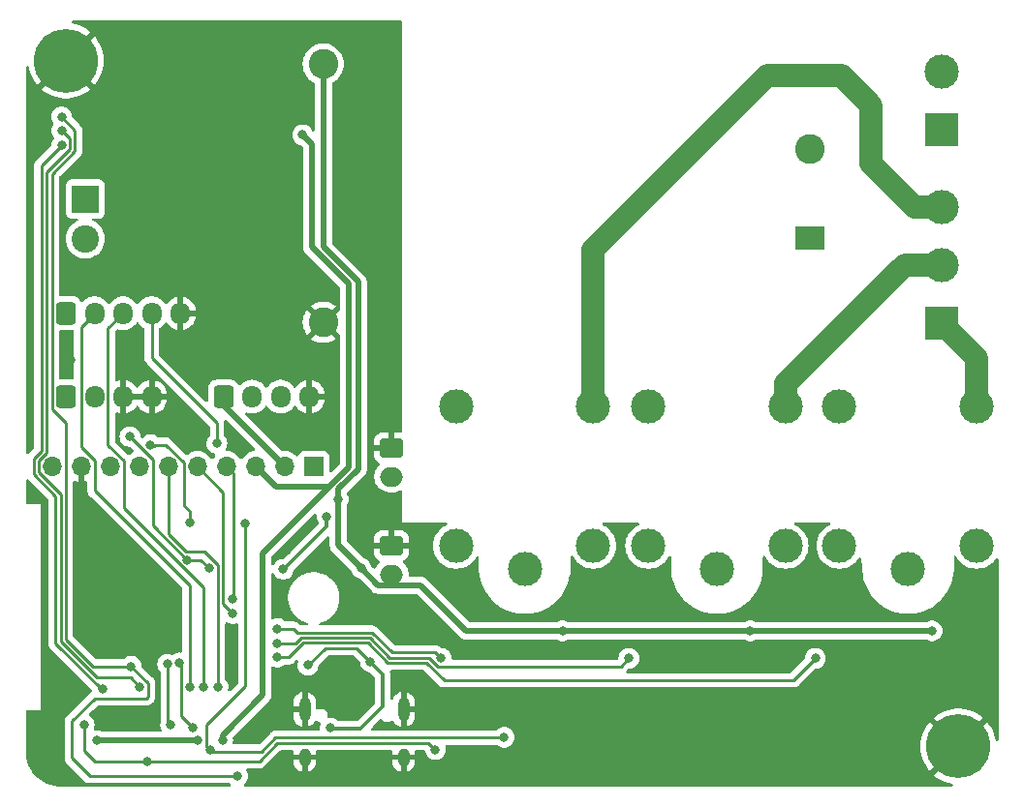
<source format=gbr>
%TF.GenerationSoftware,KiCad,Pcbnew,8.0.6*%
%TF.CreationDate,2024-11-24T17:38:41+01:00*%
%TF.ProjectId,Gaggimate,47616767-696d-4617-9465-2e6b69636164,1.0*%
%TF.SameCoordinates,Original*%
%TF.FileFunction,Copper,L2,Bot*%
%TF.FilePolarity,Positive*%
%FSLAX46Y46*%
G04 Gerber Fmt 4.6, Leading zero omitted, Abs format (unit mm)*
G04 Created by KiCad (PCBNEW 8.0.6) date 2024-11-24 17:38:41*
%MOMM*%
%LPD*%
G01*
G04 APERTURE LIST*
G04 Aperture macros list*
%AMRoundRect*
0 Rectangle with rounded corners*
0 $1 Rounding radius*
0 $2 $3 $4 $5 $6 $7 $8 $9 X,Y pos of 4 corners*
0 Add a 4 corners polygon primitive as box body*
4,1,4,$2,$3,$4,$5,$6,$7,$8,$9,$2,$3,0*
0 Add four circle primitives for the rounded corners*
1,1,$1+$1,$2,$3*
1,1,$1+$1,$4,$5*
1,1,$1+$1,$6,$7*
1,1,$1+$1,$8,$9*
0 Add four rect primitives between the rounded corners*
20,1,$1+$1,$2,$3,$4,$5,0*
20,1,$1+$1,$4,$5,$6,$7,0*
20,1,$1+$1,$6,$7,$8,$9,0*
20,1,$1+$1,$8,$9,$2,$3,0*%
G04 Aperture macros list end*
%TA.AperFunction,ComponentPad*%
%ADD10RoundRect,0.250000X-0.750000X0.600000X-0.750000X-0.600000X0.750000X-0.600000X0.750000X0.600000X0*%
%TD*%
%TA.AperFunction,ComponentPad*%
%ADD11O,2.000000X1.700000*%
%TD*%
%TA.AperFunction,ComponentPad*%
%ADD12C,3.000000*%
%TD*%
%TA.AperFunction,ComponentPad*%
%ADD13RoundRect,0.250000X-0.600000X-0.725000X0.600000X-0.725000X0.600000X0.725000X-0.600000X0.725000X0*%
%TD*%
%TA.AperFunction,ComponentPad*%
%ADD14O,1.700000X1.950000*%
%TD*%
%TA.AperFunction,ComponentPad*%
%ADD15R,3.000000X3.000000*%
%TD*%
%TA.AperFunction,ComponentPad*%
%ADD16C,3.600000*%
%TD*%
%TA.AperFunction,ConnectorPad*%
%ADD17C,5.600000*%
%TD*%
%TA.AperFunction,ComponentPad*%
%ADD18R,2.400000X2.400000*%
%TD*%
%TA.AperFunction,ComponentPad*%
%ADD19C,2.400000*%
%TD*%
%TA.AperFunction,ComponentPad*%
%ADD20O,1.000000X2.100000*%
%TD*%
%TA.AperFunction,ComponentPad*%
%ADD21O,1.000000X1.600000*%
%TD*%
%TA.AperFunction,ComponentPad*%
%ADD22R,2.600000X2.000000*%
%TD*%
%TA.AperFunction,ComponentPad*%
%ADD23C,2.600000*%
%TD*%
%TA.AperFunction,ComponentPad*%
%ADD24R,1.700000X1.700000*%
%TD*%
%TA.AperFunction,ComponentPad*%
%ADD25O,1.700000X1.700000*%
%TD*%
%TA.AperFunction,ViaPad*%
%ADD26C,0.800000*%
%TD*%
%TA.AperFunction,Conductor*%
%ADD27C,0.500000*%
%TD*%
%TA.AperFunction,Conductor*%
%ADD28C,0.300000*%
%TD*%
%TA.AperFunction,Conductor*%
%ADD29C,0.250000*%
%TD*%
%TA.AperFunction,Conductor*%
%ADD30C,2.000000*%
%TD*%
G04 APERTURE END LIST*
D10*
%TO.P,J10,1,Pin_1*%
%TO.N,GND*%
X193650000Y-72050000D03*
D11*
%TO.P,J10,2,Pin_2*%
%TO.N,+3.3V*%
X193650000Y-74550000D03*
%TD*%
D12*
%TO.P,K1,11*%
%TO.N,LINE*%
X238800000Y-74050000D03*
%TO.P,K1,12*%
%TO.N,unconnected-(K1-Pad12)*%
X232800000Y-59850000D03*
%TO.P,K1,14*%
%TO.N,/LINE_PUMP*%
X244800000Y-59850000D03*
%TO.P,K1,A1*%
%TO.N,+5V*%
X244800000Y-72050000D03*
%TO.P,K1,A2*%
%TO.N,Net-(D5-K)*%
X232800000Y-72050000D03*
%TD*%
D13*
%TO.P,J9,1,Pin_1*%
%TO.N,/BTN_BREW*%
X165200000Y-59000000D03*
D14*
%TO.P,J9,2,Pin_2*%
%TO.N,/BTN_STEAM*%
X167700000Y-59000000D03*
%TO.P,J9,3,Pin_3*%
%TO.N,GND*%
X170200000Y-59000000D03*
%TO.P,J9,4,Pin_4*%
X172700000Y-59000000D03*
%TD*%
D15*
%TO.P,J3,1,Pin_1*%
%TO.N,/LINE_PUMP*%
X241700000Y-52540000D03*
D12*
%TO.P,J3,2,Pin_2*%
%TO.N,/LINE_VALVE*%
X241700000Y-47460000D03*
%TO.P,J3,3,Pin_3*%
%TO.N,/LINE_GRINDER*%
X241700000Y-42380000D03*
%TD*%
%TO.P,K3,11*%
%TO.N,LINE*%
X205300000Y-74050000D03*
%TO.P,K3,12*%
%TO.N,unconnected-(K3-Pad12)*%
X199300000Y-59850000D03*
%TO.P,K3,14*%
%TO.N,/LINE_GRINDER*%
X211300000Y-59850000D03*
%TO.P,K3,A1*%
%TO.N,+5V*%
X211300000Y-72050000D03*
%TO.P,K3,A2*%
%TO.N,Net-(D10-A)*%
X199300000Y-72050000D03*
%TD*%
D13*
%TO.P,J5,1,Pin_1*%
%TO.N,+5V*%
X165200000Y-51700000D03*
D14*
%TO.P,J5,2,Pin_2*%
%TO.N,/SCL*%
X167700000Y-51700000D03*
%TO.P,J5,3,Pin_3*%
%TO.N,/SDA*%
X170200000Y-51700000D03*
%TO.P,J5,4,Pin_4*%
%TO.N,/SDA2*%
X172700000Y-51700000D03*
%TO.P,J5,5,Pin_5*%
%TO.N,GND*%
X175200000Y-51700000D03*
%TD*%
D16*
%TO.P,H1,1,1*%
%TO.N,GND*%
X165200000Y-29600000D03*
D17*
X165200000Y-29600000D03*
%TD*%
D18*
%TO.P,J7,1,Pin_1*%
%TO.N,Net-(J7-Pin_1)*%
X166900000Y-41700000D03*
D19*
%TO.P,J7,2,Pin_2*%
%TO.N,Net-(J7-Pin_2)*%
X166900000Y-45200000D03*
%TD*%
D13*
%TO.P,J4,1,Pin_1*%
%TO.N,+5V*%
X178970000Y-59000000D03*
D14*
%TO.P,J4,2,Pin_2*%
%TO.N,/UART_TX0*%
X181470000Y-59000000D03*
%TO.P,J4,3,Pin_3*%
%TO.N,/UART_RX0*%
X183970000Y-59000000D03*
%TO.P,J4,4,Pin_4*%
%TO.N,GND*%
X186470000Y-59000000D03*
%TD*%
D16*
%TO.P,H1,1,1*%
%TO.N,GND*%
X243200000Y-89600000D03*
D17*
X243200000Y-89600000D03*
%TD*%
D20*
%TO.P,J1,S1,SHIELD*%
%TO.N,GND*%
X186080000Y-86370000D03*
D21*
X186080000Y-90550000D03*
D20*
X194720000Y-86370000D03*
D21*
X194720000Y-90550000D03*
%TD*%
D22*
%TO.P,PS1,1,AC/L*%
%TO.N,LINE*%
X230200000Y-45100000D03*
D23*
%TO.P,PS1,2,AC/N*%
%TO.N,NEUT*%
X230200000Y-37300000D03*
%TO.P,PS1,3,-Vout*%
%TO.N,GND*%
X187700000Y-52500000D03*
%TO.P,PS1,4,+Vout*%
%TO.N,+5V*%
X187700000Y-29900000D03*
%TD*%
D10*
%TO.P,J8,1,Pin_1*%
%TO.N,GND*%
X193650000Y-63500000D03*
D11*
%TO.P,J8,2,Pin_2*%
%TO.N,/SSR*%
X193650000Y-66000000D03*
%TD*%
D24*
%TO.P,J6,1,Pin_1*%
%TO.N,+5V*%
X186860000Y-65100000D03*
D25*
%TO.P,J6,2,Pin_2*%
X184320000Y-65100000D03*
%TO.P,J6,3,Pin_3*%
%TO.N,+3.3V*%
X181780000Y-65100000D03*
%TO.P,J6,4,Pin_4*%
%TO.N,/GPIO13*%
X179240000Y-65100000D03*
%TO.P,J6,5,Pin_5*%
%TO.N,/GPIO12*%
X176700000Y-65100000D03*
%TO.P,J6,6,Pin_6*%
%TO.N,/GPIO8*%
X174160000Y-65100000D03*
%TO.P,J6,7,Pin_7*%
%TO.N,/GPIO2*%
X171620000Y-65100000D03*
%TO.P,J6,8,Pin_8*%
%TO.N,/GPIO1*%
X169080000Y-65100000D03*
%TO.P,J6,9,Pin_9*%
%TO.N,GND*%
X166540000Y-65100000D03*
%TO.P,J6,10,Pin_10*%
X164000000Y-65100000D03*
%TD*%
D15*
%TO.P,J2,1,Pin_1*%
%TO.N,LINE*%
X241700000Y-35680000D03*
D12*
%TO.P,J2,2,Pin_2*%
%TO.N,NEUT*%
X241700000Y-30600000D03*
%TD*%
%TO.P,K2,11*%
%TO.N,LINE*%
X222100000Y-74050000D03*
%TO.P,K2,12*%
%TO.N,unconnected-(K2-Pad12)*%
X216100000Y-59850000D03*
%TO.P,K2,14*%
%TO.N,/LINE_VALVE*%
X228100000Y-59850000D03*
%TO.P,K2,A1*%
%TO.N,+5V*%
X228100000Y-72050000D03*
%TO.P,K2,A2*%
%TO.N,Net-(D7-K)*%
X216100000Y-72050000D03*
%TD*%
D26*
%TO.N,+5V*%
X225000000Y-79500000D03*
X208600000Y-79500000D03*
X191000000Y-74000000D03*
X240900000Y-79500000D03*
X189000000Y-68000000D03*
%TO.N,Net-(D1-A)*%
X191800000Y-82200000D03*
X188300000Y-88000000D03*
X186362500Y-82500000D03*
%TO.N,GND*%
X187100000Y-55100000D03*
X187700000Y-61200000D03*
X212500000Y-77500000D03*
X192400000Y-40600000D03*
X186400000Y-49000000D03*
X192500000Y-35200000D03*
X229200000Y-77400000D03*
X171700000Y-47000000D03*
X193000000Y-68100000D03*
X168500000Y-80700000D03*
X171300000Y-27200000D03*
X162700000Y-35900000D03*
X179800000Y-81400000D03*
X217400000Y-92200000D03*
X180000000Y-50900000D03*
X165600000Y-55800000D03*
X180900000Y-53900000D03*
X175000000Y-32100000D03*
X164700000Y-83900000D03*
X194400000Y-76800000D03*
X175637347Y-60737347D03*
X170100000Y-87700000D03*
X180100000Y-34900000D03*
X169100000Y-73400000D03*
X190000000Y-78500000D03*
X184500000Y-72500000D03*
X214100000Y-85800000D03*
X200900000Y-76500000D03*
X244200000Y-79200000D03*
X190300000Y-91600000D03*
X188637500Y-82500000D03*
X176600000Y-41200000D03*
X202285192Y-81181049D03*
X180600000Y-63100000D03*
X234572714Y-76768037D03*
X239400000Y-92100000D03*
X168500000Y-32100000D03*
X212300000Y-81400000D03*
X218700000Y-81600000D03*
X188200000Y-73200000D03*
X178700000Y-32300000D03*
X230100000Y-85800000D03*
X164000000Y-82200000D03*
X169900000Y-36200000D03*
X192300000Y-46500000D03*
X228700000Y-81200000D03*
X193200000Y-52200000D03*
X194900000Y-84600000D03*
X192600000Y-28800000D03*
X175000000Y-34200000D03*
X217800000Y-76200000D03*
X167600000Y-76900000D03*
X172100000Y-73400000D03*
%TO.N,+3.3V*%
X176700000Y-89087500D03*
X167900000Y-89087500D03*
X178900000Y-89087500D03*
X185900000Y-36100000D03*
%TO.N,/CHIP_PU*%
X172300000Y-90950000D03*
X166800000Y-87700000D03*
X197500000Y-89900000D03*
%TO.N,/SPI_MISO*%
X168400000Y-84600000D03*
X164825000Y-37013299D03*
%TO.N,/SPI_CLK*%
X170900000Y-82600000D03*
X164825000Y-34513299D03*
X180193750Y-92206250D03*
%TO.N,/MAX_CS*%
X164825000Y-35713299D03*
X171655000Y-84400000D03*
%TO.N,/SCL*%
X176000000Y-84400000D03*
%TO.N,/SDA*%
X177200000Y-84400000D03*
%TO.N,/RELAY_PUMP*%
X230700000Y-81900000D03*
X183700000Y-81800000D03*
%TO.N,/RELAY_VALVE*%
X183700000Y-80600000D03*
X214400000Y-81900000D03*
%TO.N,/RELAY_GRINDER*%
X183700000Y-79300000D03*
X198000000Y-81900000D03*
%TO.N,/GPIO12*%
X179800000Y-78000000D03*
%TO.N,/GPIO13*%
X179800000Y-76700000D03*
%TO.N,/SSR*%
X184200000Y-74100000D03*
X188000000Y-69500000D03*
%TO.N,/BOOT*%
X203500000Y-88800000D03*
X180900000Y-70100000D03*
X177800165Y-89937000D03*
%TO.N,/SDA2*%
X178400000Y-63100000D03*
%TO.N,/GPIO8*%
X178500000Y-84400000D03*
%TO.N,/BTN_BREW*%
X176263359Y-87975000D03*
X176042653Y-70000000D03*
X175100000Y-82300000D03*
X172600000Y-63200000D03*
%TO.N,/BTN_STEAM*%
X177700000Y-74000000D03*
X174350000Y-87750000D03*
X170800000Y-62500000D03*
X175812653Y-73287347D03*
X174100000Y-82400000D03*
%TD*%
D27*
%TO.N,+5V*%
X189000000Y-68000000D02*
X189000000Y-67089950D01*
X187700000Y-45900000D02*
X187700000Y-29900000D01*
X178970000Y-59750000D02*
X178970000Y-59075000D01*
X191000000Y-74000000D02*
X189000000Y-72000000D01*
X191000000Y-74000000D02*
X192500000Y-75500000D01*
X225000000Y-79500000D02*
X208600000Y-79500000D01*
X190749500Y-65100000D02*
X190749500Y-48949500D01*
X189000000Y-67089950D02*
X190749500Y-65340450D01*
X189000000Y-72000000D02*
X189000000Y-68000000D01*
X190749500Y-48949500D02*
X187700000Y-45900000D01*
X190749500Y-65340450D02*
X190749500Y-65100000D01*
X192500000Y-75500000D02*
X196200000Y-75500000D01*
X184320000Y-65100000D02*
X178970000Y-59750000D01*
X196200000Y-75500000D02*
X200200000Y-79500000D01*
X225000000Y-79500000D02*
X240900000Y-79500000D01*
X200200000Y-79500000D02*
X208600000Y-79500000D01*
D28*
%TO.N,Net-(D1-A)*%
X192900000Y-86060661D02*
X190935661Y-88025000D01*
D29*
X187862500Y-81000000D02*
X186362500Y-82500000D01*
X191800000Y-82200000D02*
X190600000Y-81000000D01*
D28*
X191800000Y-82200000D02*
X192900000Y-83300000D01*
X188325000Y-88025000D02*
X188300000Y-88000000D01*
X192900000Y-83300000D02*
X192900000Y-86060661D01*
X190935661Y-88025000D02*
X188325000Y-88025000D01*
D29*
X190600000Y-81000000D02*
X187862500Y-81000000D01*
D30*
%TO.N,/LINE_PUMP*%
X244800000Y-55600000D02*
X241740000Y-52540000D01*
X244800000Y-59850000D02*
X244800000Y-55600000D01*
X241740000Y-52540000D02*
X241700000Y-52540000D01*
%TO.N,/LINE_VALVE*%
X228100000Y-59850000D02*
X228100000Y-57855123D01*
X228100000Y-57855123D02*
X238495123Y-47460000D01*
X238495123Y-47460000D02*
X241700000Y-47460000D01*
%TO.N,/LINE_GRINDER*%
X226500000Y-30900000D02*
X233000000Y-30900000D01*
X235600000Y-38600000D02*
X239380000Y-42380000D01*
X211300000Y-46100000D02*
X226500000Y-30900000D01*
X235600000Y-33500000D02*
X235600000Y-38600000D01*
X211300000Y-59850000D02*
X211300000Y-46100000D01*
X239380000Y-42380000D02*
X241700000Y-42380000D01*
X233000000Y-30900000D02*
X235600000Y-33500000D01*
D27*
%TO.N,+3.3V*%
X189900000Y-65200000D02*
X189900000Y-49089950D01*
X183580000Y-66900000D02*
X188200000Y-66900000D01*
X186700000Y-45889950D02*
X186700000Y-36900000D01*
X182400000Y-85100000D02*
X182400000Y-72700000D01*
X178900000Y-88600000D02*
X182400000Y-85100000D01*
X188200000Y-66900000D02*
X189900000Y-65200000D01*
X186700000Y-36900000D02*
X185900000Y-36100000D01*
X182400000Y-72700000D02*
X188200000Y-66900000D01*
X168012500Y-89087500D02*
X168000000Y-89100000D01*
X176700000Y-89087500D02*
X168012500Y-89087500D01*
X189900000Y-49089950D02*
X186700000Y-45889950D01*
X181780000Y-65100000D02*
X183580000Y-66900000D01*
X178900000Y-89087500D02*
X178900000Y-88600000D01*
D29*
%TO.N,/CHIP_PU*%
X172350000Y-90900000D02*
X172300000Y-90950000D01*
X167750000Y-90950000D02*
X172300000Y-90950000D01*
X196900000Y-89300000D02*
X183700000Y-89300000D01*
X183700000Y-89300000D02*
X182100000Y-90900000D01*
X166800000Y-90000000D02*
X167750000Y-90950000D01*
X172300000Y-90950000D02*
X172250000Y-90900000D01*
X166800000Y-87700000D02*
X166800000Y-90000000D01*
X197500000Y-89900000D02*
X196900000Y-89300000D01*
X182100000Y-90900000D02*
X172350000Y-90900000D01*
%TO.N,/SPI_MISO*%
X168300000Y-84600000D02*
X168400000Y-84600000D01*
X164300000Y-67736396D02*
X162375000Y-65811396D01*
X168300000Y-84600000D02*
X164300000Y-80600000D01*
X163050000Y-63751903D02*
X163050000Y-38788299D01*
X162375000Y-64426903D02*
X163050000Y-63751903D01*
X168400000Y-84700000D02*
X168300000Y-84600000D01*
X163050000Y-38788299D02*
X164825000Y-37013299D01*
X164300000Y-80600000D02*
X164300000Y-67736396D01*
X162375000Y-65811396D02*
X162375000Y-64426903D01*
X168400000Y-84600000D02*
X168400000Y-84700000D01*
%TO.N,/SPI_CLK*%
X180193750Y-92206250D02*
X167306250Y-92206250D01*
X165700000Y-90600000D02*
X165700000Y-87400000D01*
X166000000Y-35688299D02*
X164825000Y-34513299D01*
X172380000Y-85245305D02*
X172380000Y-84080000D01*
X167572792Y-82600000D02*
X165200000Y-80227208D01*
X165200000Y-80227208D02*
X165200000Y-61300000D01*
X165200000Y-61300000D02*
X164000000Y-60100000D01*
X164000000Y-39500000D02*
X166000000Y-37500000D01*
X172380000Y-84080000D02*
X170900000Y-82600000D01*
X170900000Y-82600000D02*
X167572792Y-82600000D01*
X164000000Y-60100000D02*
X164000000Y-39500000D01*
X172225305Y-85400000D02*
X172380000Y-85245305D01*
X167306250Y-92206250D02*
X165700000Y-90600000D01*
X167700000Y-85400000D02*
X172225305Y-85400000D01*
X166000000Y-37500000D02*
X166000000Y-35688299D01*
X165700000Y-87400000D02*
X167700000Y-85400000D01*
%TO.N,/MAX_CS*%
X164750000Y-67550000D02*
X162825000Y-65625000D01*
X164750000Y-80413604D02*
X164750000Y-67550000D01*
X163500000Y-63938299D02*
X163500000Y-39363604D01*
X165550000Y-37313604D02*
X165550000Y-36438299D01*
X170855000Y-83600000D02*
X167936396Y-83600000D01*
X165550000Y-36438299D02*
X164825000Y-35713299D01*
X162825000Y-64613299D02*
X163500000Y-63938299D01*
X163500000Y-39363604D02*
X165550000Y-37313604D01*
X171655000Y-84400000D02*
X170855000Y-83600000D01*
X162825000Y-65625000D02*
X162825000Y-64613299D01*
X167936396Y-83600000D02*
X164750000Y-80413604D01*
%TO.N,/SCL*%
X167700000Y-51700000D02*
X166525000Y-52875000D01*
X176000000Y-75500000D02*
X176000000Y-84300000D01*
X166525000Y-52875000D02*
X166525000Y-63423299D01*
X176100000Y-84400000D02*
X176000000Y-84300000D01*
X167715000Y-64613299D02*
X167715000Y-67215000D01*
X176000000Y-84400000D02*
X176100000Y-84400000D01*
X166525000Y-63423299D02*
X167715000Y-64613299D01*
X167715000Y-67215000D02*
X176000000Y-75500000D01*
X176000000Y-84300000D02*
X176000000Y-84400000D01*
%TO.N,/SDA*%
X170255000Y-68755000D02*
X177200000Y-75700000D01*
X170200000Y-51700000D02*
X168875000Y-53025000D01*
X177400000Y-84400000D02*
X177300000Y-84300000D01*
X177200000Y-84400000D02*
X177400000Y-84400000D01*
X168875000Y-53025000D02*
X168875000Y-63233299D01*
X168875000Y-63233299D02*
X170255000Y-64613299D01*
X170255000Y-64613299D02*
X170255000Y-68755000D01*
X177200000Y-75700000D02*
X177200000Y-84400000D01*
%TO.N,/RELAY_PUMP*%
X228775000Y-83825000D02*
X230700000Y-81900000D01*
X183700000Y-81800000D02*
X184700000Y-81800000D01*
X184700000Y-81800000D02*
X185950000Y-80550000D01*
X198263299Y-83825000D02*
X228775000Y-83825000D01*
X191575305Y-80550000D02*
X193325305Y-82300000D01*
X196738299Y-82300000D02*
X198263299Y-83825000D01*
X185950000Y-80550000D02*
X191575305Y-80550000D01*
X193325305Y-82300000D02*
X196738299Y-82300000D01*
%TO.N,/RELAY_VALVE*%
X197699695Y-82625000D02*
X213675000Y-82625000D01*
X193511701Y-81850000D02*
X196924695Y-81850000D01*
X191761701Y-80100000D02*
X193511701Y-81850000D01*
X185263604Y-80600000D02*
X185763604Y-80100000D01*
X185763604Y-80100000D02*
X191761701Y-80100000D01*
X183700000Y-80600000D02*
X185263604Y-80600000D01*
X213675000Y-82625000D02*
X214400000Y-81900000D01*
X196924695Y-81850000D02*
X197699695Y-82625000D01*
%TO.N,/RELAY_GRINDER*%
X191948097Y-79650000D02*
X193698097Y-81400000D01*
X193698097Y-81400000D02*
X197500000Y-81400000D01*
X197500000Y-81400000D02*
X198000000Y-81900000D01*
X183700000Y-79300000D02*
X185100000Y-79300000D01*
X185450000Y-79650000D02*
X191948097Y-79650000D01*
X185100000Y-79300000D02*
X185450000Y-79650000D01*
%TO.N,/GPIO12*%
X178950000Y-67350000D02*
X178950000Y-77150000D01*
X178950000Y-77150000D02*
X179800000Y-78000000D01*
X176700000Y-65100000D02*
X178950000Y-67350000D01*
%TO.N,/GPIO13*%
X179800000Y-76700000D02*
X179900000Y-76700000D01*
X179800000Y-76600000D02*
X179800000Y-76700000D01*
X179838568Y-65698568D02*
X179838568Y-76638568D01*
X179240000Y-65100000D02*
X179838568Y-65698568D01*
X179900000Y-76700000D02*
X179900000Y-76700000D01*
X179838568Y-76638568D02*
X179800000Y-76600000D01*
D28*
%TO.N,/SSR*%
X184200000Y-74100000D02*
X184250000Y-74100000D01*
X188000000Y-70350000D02*
X188000000Y-69500000D01*
X184250000Y-74100000D02*
X188000000Y-70350000D01*
D29*
%TO.N,/BOOT*%
X203300000Y-88850000D02*
X203250000Y-88850000D01*
X177800165Y-89937000D02*
X177500000Y-89636835D01*
X177500000Y-87700000D02*
X180900000Y-84300000D01*
X182319922Y-90043682D02*
X183513604Y-88850000D01*
X177500000Y-89636835D02*
X177500000Y-87700000D01*
X180900000Y-70100000D02*
X181100000Y-70100000D01*
X183513604Y-88850000D02*
X203200000Y-88850000D01*
X177906847Y-90043682D02*
X182319922Y-90043682D01*
X180900000Y-84300000D02*
X180900000Y-70100000D01*
X203500000Y-88800000D02*
X203300000Y-88850000D01*
X177800165Y-89937000D02*
X177906847Y-90043682D01*
X203200000Y-88850000D02*
X203500000Y-88800000D01*
%TO.N,/SDA2*%
X178400000Y-61300000D02*
X172700000Y-55600000D01*
X178400000Y-63100000D02*
X178400000Y-61300000D01*
X172700000Y-55600000D02*
X172700000Y-51700000D01*
%TO.N,/GPIO8*%
X178500000Y-73774695D02*
X178500000Y-84400000D01*
X178500000Y-84400000D02*
X178500000Y-84300000D01*
X174160000Y-71023604D02*
X175698743Y-72562347D01*
X177287652Y-72562347D02*
X178500000Y-73774695D01*
X174160000Y-65100000D02*
X174160000Y-71023604D01*
X175698743Y-72562347D02*
X177287652Y-72562347D01*
%TO.N,/BTN_BREW*%
X175500000Y-64778299D02*
X175500000Y-68500000D01*
X175275000Y-86986641D02*
X175275000Y-82475000D01*
X173921701Y-63200000D02*
X175500000Y-64778299D01*
X176042653Y-69042653D02*
X176042653Y-70000000D01*
X172870000Y-63200000D02*
X172985000Y-63315000D01*
X175500000Y-68500000D02*
X176042653Y-69042653D01*
X172600000Y-63200000D02*
X173921701Y-63200000D01*
X176263359Y-87975000D02*
X175275000Y-86986641D01*
X175275000Y-82475000D02*
X175100000Y-82300000D01*
X172600000Y-63200000D02*
X172870000Y-63200000D01*
%TO.N,/BTN_STEAM*%
X174100000Y-87500000D02*
X174100000Y-82400000D01*
X172800000Y-64500000D02*
X172800000Y-70300000D01*
X176987347Y-73287347D02*
X177700000Y-74000000D01*
X170800000Y-62500000D02*
X172800000Y-64500000D01*
X174350000Y-87750000D02*
X174100000Y-87500000D01*
X175812653Y-73287347D02*
X176987347Y-73287347D01*
X175787347Y-73287347D02*
X175812653Y-73287347D01*
X172800000Y-70300000D02*
X175787347Y-73287347D01*
%TD*%
%TA.AperFunction,Conductor*%
%TO.N,GND*%
G36*
X161905203Y-66226637D02*
G01*
X161911681Y-66232669D01*
X161980586Y-66301574D01*
X161980608Y-66301594D01*
X163638181Y-67959167D01*
X163671666Y-68020490D01*
X163674500Y-68046848D01*
X163674500Y-80661609D01*
X163682875Y-80703711D01*
X163682875Y-80703715D01*
X163682876Y-80703715D01*
X163698344Y-80781484D01*
X163698537Y-80782451D01*
X163698537Y-80782452D01*
X163745685Y-80896281D01*
X163745688Y-80896286D01*
X163773823Y-80938391D01*
X163773824Y-80938394D01*
X163814138Y-80998728D01*
X163814144Y-80998736D01*
X163905586Y-81090178D01*
X163905608Y-81090198D01*
X167454487Y-84639077D01*
X167487972Y-84700400D01*
X167482988Y-84770092D01*
X167441116Y-84826025D01*
X167414264Y-84841317D01*
X167403719Y-84845685D01*
X167403705Y-84845692D01*
X167301272Y-84914138D01*
X167301264Y-84914144D01*
X165214143Y-87001265D01*
X165214142Y-87001267D01*
X165205542Y-87014139D01*
X165205539Y-87014143D01*
X165145690Y-87103710D01*
X165145685Y-87103719D01*
X165128302Y-87145688D01*
X165128302Y-87145689D01*
X165098538Y-87217545D01*
X165098535Y-87217555D01*
X165074500Y-87338389D01*
X165074500Y-90661611D01*
X165098535Y-90782444D01*
X165098540Y-90782461D01*
X165145685Y-90896280D01*
X165145687Y-90896283D01*
X165145688Y-90896286D01*
X165173377Y-90937725D01*
X165179914Y-90947507D01*
X165179915Y-90947509D01*
X165214140Y-90998731D01*
X165214141Y-90998732D01*
X165214142Y-90998733D01*
X165301267Y-91085858D01*
X165301268Y-91085858D01*
X165308335Y-91092925D01*
X165308334Y-91092925D01*
X165308338Y-91092928D01*
X166907513Y-92692105D01*
X166907517Y-92692108D01*
X167009958Y-92760558D01*
X167009965Y-92760562D01*
X167073754Y-92786984D01*
X167123798Y-92807713D01*
X167143847Y-92811701D01*
X167177446Y-92818384D01*
X167244642Y-92831751D01*
X167244644Y-92831751D01*
X167373971Y-92831751D01*
X167373991Y-92831750D01*
X179490002Y-92831750D01*
X179557041Y-92851435D01*
X179582150Y-92872776D01*
X179587876Y-92879135D01*
X179592708Y-92883486D01*
X179590786Y-92885620D01*
X179625788Y-92931012D01*
X179631767Y-93000626D01*
X179599161Y-93062421D01*
X179538322Y-93096778D01*
X179510237Y-93100000D01*
X164700882Y-93100000D01*
X164699144Y-93099988D01*
X164537743Y-93097725D01*
X164525597Y-93096957D01*
X164204007Y-93060722D01*
X164190299Y-93058393D01*
X163875633Y-92986573D01*
X163862270Y-92982724D01*
X163557613Y-92876120D01*
X163544766Y-92870798D01*
X163253974Y-92730760D01*
X163241804Y-92724034D01*
X162968513Y-92552314D01*
X162957172Y-92544267D01*
X162704826Y-92343028D01*
X162694458Y-92333762D01*
X162466237Y-92105541D01*
X162456971Y-92095173D01*
X162255732Y-91842827D01*
X162247685Y-91831486D01*
X162235170Y-91811569D01*
X162075964Y-91558193D01*
X162069239Y-91546025D01*
X162047778Y-91501460D01*
X161929199Y-91255228D01*
X161923879Y-91242386D01*
X161905568Y-91190057D01*
X161817273Y-90937725D01*
X161813426Y-90924366D01*
X161741606Y-90609700D01*
X161739277Y-90595992D01*
X161729192Y-90506488D01*
X161703041Y-90274390D01*
X161702274Y-90262269D01*
X161700012Y-90100855D01*
X161700000Y-90099117D01*
X161700000Y-86524000D01*
X161719685Y-86456961D01*
X161772489Y-86411206D01*
X161824000Y-86400000D01*
X163040000Y-86400000D01*
X163040000Y-68400000D01*
X161824000Y-68400000D01*
X161756961Y-68380315D01*
X161711206Y-68327511D01*
X161700000Y-68276000D01*
X161700000Y-66320350D01*
X161719685Y-66253311D01*
X161772489Y-66207556D01*
X161841647Y-66197612D01*
X161905203Y-66226637D01*
G37*
%TD.AperFunction*%
%TA.AperFunction,Conductor*%
G36*
X194543039Y-26119685D02*
G01*
X194588794Y-26172489D01*
X194600000Y-26224000D01*
X194600000Y-62028012D01*
X194580315Y-62095051D01*
X194527511Y-62140806D01*
X194463403Y-62151370D01*
X194450000Y-62150001D01*
X194449974Y-62150000D01*
X193900000Y-62150000D01*
X193900000Y-63066988D01*
X193842993Y-63034075D01*
X193715826Y-63000000D01*
X193584174Y-63000000D01*
X193457007Y-63034075D01*
X193400000Y-63066988D01*
X193400000Y-62150000D01*
X192850028Y-62150000D01*
X192850012Y-62150001D01*
X192747302Y-62160494D01*
X192580880Y-62215641D01*
X192580875Y-62215643D01*
X192431654Y-62307684D01*
X192307684Y-62431654D01*
X192215643Y-62580875D01*
X192215641Y-62580880D01*
X192160494Y-62747302D01*
X192160493Y-62747309D01*
X192150000Y-62850013D01*
X192150000Y-63250000D01*
X193216988Y-63250000D01*
X193184075Y-63307007D01*
X193150000Y-63434174D01*
X193150000Y-63565826D01*
X193184075Y-63692993D01*
X193216988Y-63750000D01*
X192150001Y-63750000D01*
X192150001Y-64149986D01*
X192160494Y-64252697D01*
X192215641Y-64419119D01*
X192215643Y-64419124D01*
X192307684Y-64568345D01*
X192431654Y-64692315D01*
X192586484Y-64787815D01*
X192633208Y-64839763D01*
X192644431Y-64908726D01*
X192616587Y-64972808D01*
X192609069Y-64981035D01*
X192469889Y-65120215D01*
X192344951Y-65292179D01*
X192248444Y-65481585D01*
X192182753Y-65683760D01*
X192149500Y-65893713D01*
X192149500Y-66106286D01*
X192180433Y-66301594D01*
X192182754Y-66316243D01*
X192246354Y-66511984D01*
X192248444Y-66518414D01*
X192344951Y-66707820D01*
X192469890Y-66879786D01*
X192620213Y-67030109D01*
X192792179Y-67155048D01*
X192792181Y-67155049D01*
X192792184Y-67155051D01*
X192981588Y-67251557D01*
X193183757Y-67317246D01*
X193393713Y-67350500D01*
X193393714Y-67350500D01*
X193906286Y-67350500D01*
X193906287Y-67350500D01*
X194116243Y-67317246D01*
X194318412Y-67251557D01*
X194318415Y-67251554D01*
X194318419Y-67251554D01*
X194318420Y-67251553D01*
X194419705Y-67199946D01*
X194488374Y-67187049D01*
X194553114Y-67213325D01*
X194593372Y-67270431D01*
X194600000Y-67310430D01*
X194600000Y-70000000D01*
X198394227Y-70000000D01*
X198461266Y-70019685D01*
X198507021Y-70072489D01*
X198516965Y-70141647D01*
X198487940Y-70205203D01*
X198453654Y-70232832D01*
X198215690Y-70362770D01*
X198215682Y-70362775D01*
X197986612Y-70534254D01*
X197986594Y-70534270D01*
X197784270Y-70736594D01*
X197784254Y-70736612D01*
X197612775Y-70965682D01*
X197612770Y-70965690D01*
X197475635Y-71216833D01*
X197375628Y-71484962D01*
X197314804Y-71764566D01*
X197294390Y-72049998D01*
X197294390Y-72050001D01*
X197314804Y-72335433D01*
X197375628Y-72615037D01*
X197375630Y-72615043D01*
X197375631Y-72615046D01*
X197475633Y-72883161D01*
X197475635Y-72883166D01*
X197612770Y-73134309D01*
X197612775Y-73134317D01*
X197784254Y-73363387D01*
X197784270Y-73363405D01*
X197986594Y-73565729D01*
X197986612Y-73565745D01*
X198215682Y-73737224D01*
X198215690Y-73737229D01*
X198466833Y-73874364D01*
X198466832Y-73874364D01*
X198466836Y-73874365D01*
X198466839Y-73874367D01*
X198734954Y-73974369D01*
X198734960Y-73974370D01*
X198734962Y-73974371D01*
X199014566Y-74035195D01*
X199014568Y-74035195D01*
X199014572Y-74035196D01*
X199268220Y-74053337D01*
X199299999Y-74055610D01*
X199300000Y-74055610D01*
X199300001Y-74055610D01*
X199328595Y-74053564D01*
X199585428Y-74035196D01*
X199594057Y-74033319D01*
X199865037Y-73974371D01*
X199865037Y-73974370D01*
X199865046Y-73974369D01*
X200133161Y-73874367D01*
X200384315Y-73737226D01*
X200613395Y-73565739D01*
X200815739Y-73363395D01*
X200987226Y-73134315D01*
X201067168Y-72987913D01*
X201116573Y-72938508D01*
X201184846Y-72923656D01*
X201250310Y-72948073D01*
X201292182Y-73004006D01*
X201300000Y-73047340D01*
X201300000Y-74000000D01*
X201300409Y-74033319D01*
X201302409Y-74196391D01*
X201340907Y-74587275D01*
X201417529Y-74972486D01*
X201417532Y-74972497D01*
X201531553Y-75348373D01*
X201681863Y-75711254D01*
X201681865Y-75711259D01*
X201867010Y-76057639D01*
X201867021Y-76057657D01*
X202085236Y-76384239D01*
X202334412Y-76687861D01*
X202612138Y-76965587D01*
X202915760Y-77214763D01*
X202915766Y-77214767D01*
X203242349Y-77432983D01*
X203242358Y-77432988D01*
X203242360Y-77432989D01*
X203588740Y-77618134D01*
X203588742Y-77618134D01*
X203588748Y-77618138D01*
X203951628Y-77768447D01*
X204327493Y-77882465D01*
X204327499Y-77882466D01*
X204327502Y-77882467D01*
X204327513Y-77882470D01*
X204712724Y-77959092D01*
X205103611Y-77997591D01*
X205300000Y-78000000D01*
X205496389Y-77997591D01*
X205887276Y-77959092D01*
X205962265Y-77944175D01*
X206272486Y-77882470D01*
X206272497Y-77882467D01*
X206272497Y-77882466D01*
X206272507Y-77882465D01*
X206648372Y-77768447D01*
X207011252Y-77618138D01*
X207357651Y-77432983D01*
X207684234Y-77214767D01*
X207987856Y-76965592D01*
X208265592Y-76687856D01*
X208514767Y-76384234D01*
X208732983Y-76057651D01*
X208918138Y-75711252D01*
X209068447Y-75348372D01*
X209182465Y-74972507D01*
X209182467Y-74972497D01*
X209182470Y-74972486D01*
X209259092Y-74587275D01*
X209269761Y-74478947D01*
X209297591Y-74196389D01*
X209300000Y-74000000D01*
X209300000Y-73047340D01*
X209319685Y-72980301D01*
X209372489Y-72934546D01*
X209441647Y-72924602D01*
X209505203Y-72953627D01*
X209532832Y-72987913D01*
X209612770Y-73134309D01*
X209612775Y-73134317D01*
X209784254Y-73363387D01*
X209784270Y-73363405D01*
X209986594Y-73565729D01*
X209986612Y-73565745D01*
X210215682Y-73737224D01*
X210215690Y-73737229D01*
X210466833Y-73874364D01*
X210466832Y-73874364D01*
X210466836Y-73874365D01*
X210466839Y-73874367D01*
X210734954Y-73974369D01*
X210734960Y-73974370D01*
X210734962Y-73974371D01*
X211014566Y-74035195D01*
X211014568Y-74035195D01*
X211014572Y-74035196D01*
X211268220Y-74053337D01*
X211299999Y-74055610D01*
X211300000Y-74055610D01*
X211300001Y-74055610D01*
X211328595Y-74053564D01*
X211585428Y-74035196D01*
X211594057Y-74033319D01*
X211865037Y-73974371D01*
X211865037Y-73974370D01*
X211865046Y-73974369D01*
X212133161Y-73874367D01*
X212384315Y-73737226D01*
X212613395Y-73565739D01*
X212815739Y-73363395D01*
X212987226Y-73134315D01*
X213124367Y-72883161D01*
X213224369Y-72615046D01*
X213280832Y-72355490D01*
X213285195Y-72335433D01*
X213285195Y-72335432D01*
X213285196Y-72335428D01*
X213305610Y-72050000D01*
X213285196Y-71764572D01*
X213245931Y-71584075D01*
X213224371Y-71484962D01*
X213224370Y-71484960D01*
X213224369Y-71484954D01*
X213124367Y-71216839D01*
X213102254Y-71176343D01*
X212987229Y-70965690D01*
X212987224Y-70965682D01*
X212815745Y-70736612D01*
X212815729Y-70736594D01*
X212613405Y-70534270D01*
X212613387Y-70534254D01*
X212384317Y-70362775D01*
X212384309Y-70362770D01*
X212146346Y-70232832D01*
X212096941Y-70183427D01*
X212082089Y-70115154D01*
X212106506Y-70049689D01*
X212162440Y-70007818D01*
X212205773Y-70000000D01*
X215194227Y-70000000D01*
X215261266Y-70019685D01*
X215307021Y-70072489D01*
X215316965Y-70141647D01*
X215287940Y-70205203D01*
X215253654Y-70232832D01*
X215015690Y-70362770D01*
X215015682Y-70362775D01*
X214786612Y-70534254D01*
X214786594Y-70534270D01*
X214584270Y-70736594D01*
X214584254Y-70736612D01*
X214412775Y-70965682D01*
X214412770Y-70965690D01*
X214275635Y-71216833D01*
X214175628Y-71484962D01*
X214114804Y-71764566D01*
X214094390Y-72049998D01*
X214094390Y-72050001D01*
X214114804Y-72335433D01*
X214175628Y-72615037D01*
X214175630Y-72615043D01*
X214175631Y-72615046D01*
X214275633Y-72883161D01*
X214275635Y-72883166D01*
X214412770Y-73134309D01*
X214412775Y-73134317D01*
X214584254Y-73363387D01*
X214584270Y-73363405D01*
X214786594Y-73565729D01*
X214786612Y-73565745D01*
X215015682Y-73737224D01*
X215015690Y-73737229D01*
X215266833Y-73874364D01*
X215266832Y-73874364D01*
X215266836Y-73874365D01*
X215266839Y-73874367D01*
X215534954Y-73974369D01*
X215534960Y-73974370D01*
X215534962Y-73974371D01*
X215814566Y-74035195D01*
X215814568Y-74035195D01*
X215814572Y-74035196D01*
X216068220Y-74053337D01*
X216099999Y-74055610D01*
X216100000Y-74055610D01*
X216100001Y-74055610D01*
X216128595Y-74053564D01*
X216385428Y-74035196D01*
X216394057Y-74033319D01*
X216665037Y-73974371D01*
X216665037Y-73974370D01*
X216665046Y-73974369D01*
X216933161Y-73874367D01*
X217184315Y-73737226D01*
X217413395Y-73565739D01*
X217615739Y-73363395D01*
X217787226Y-73134315D01*
X217867168Y-72987913D01*
X217916573Y-72938508D01*
X217984846Y-72923656D01*
X218050310Y-72948073D01*
X218092182Y-73004006D01*
X218100000Y-73047340D01*
X218100000Y-74000000D01*
X218100409Y-74033319D01*
X218102409Y-74196391D01*
X218140907Y-74587275D01*
X218217529Y-74972486D01*
X218217532Y-74972497D01*
X218331553Y-75348373D01*
X218481863Y-75711254D01*
X218481865Y-75711259D01*
X218667010Y-76057639D01*
X218667021Y-76057657D01*
X218885236Y-76384239D01*
X219134412Y-76687861D01*
X219412138Y-76965587D01*
X219715760Y-77214763D01*
X219715766Y-77214767D01*
X220042349Y-77432983D01*
X220042358Y-77432988D01*
X220042360Y-77432989D01*
X220388740Y-77618134D01*
X220388742Y-77618134D01*
X220388748Y-77618138D01*
X220751628Y-77768447D01*
X221127493Y-77882465D01*
X221127499Y-77882466D01*
X221127502Y-77882467D01*
X221127513Y-77882470D01*
X221512724Y-77959092D01*
X221903611Y-77997591D01*
X222100000Y-78000000D01*
X222296389Y-77997591D01*
X222687276Y-77959092D01*
X222762265Y-77944175D01*
X223072486Y-77882470D01*
X223072497Y-77882467D01*
X223072497Y-77882466D01*
X223072507Y-77882465D01*
X223448372Y-77768447D01*
X223811252Y-77618138D01*
X224157651Y-77432983D01*
X224484234Y-77214767D01*
X224787856Y-76965592D01*
X225065592Y-76687856D01*
X225314767Y-76384234D01*
X225532983Y-76057651D01*
X225718138Y-75711252D01*
X225868447Y-75348372D01*
X225982465Y-74972507D01*
X225982467Y-74972497D01*
X225982470Y-74972486D01*
X226059092Y-74587275D01*
X226069761Y-74478947D01*
X226097591Y-74196389D01*
X226100000Y-74000000D01*
X226100000Y-73047340D01*
X226119685Y-72980301D01*
X226172489Y-72934546D01*
X226241647Y-72924602D01*
X226305203Y-72953627D01*
X226332832Y-72987913D01*
X226412770Y-73134309D01*
X226412775Y-73134317D01*
X226584254Y-73363387D01*
X226584270Y-73363405D01*
X226786594Y-73565729D01*
X226786612Y-73565745D01*
X227015682Y-73737224D01*
X227015690Y-73737229D01*
X227266833Y-73874364D01*
X227266832Y-73874364D01*
X227266836Y-73874365D01*
X227266839Y-73874367D01*
X227534954Y-73974369D01*
X227534960Y-73974370D01*
X227534962Y-73974371D01*
X227814566Y-74035195D01*
X227814568Y-74035195D01*
X227814572Y-74035196D01*
X228068220Y-74053337D01*
X228099999Y-74055610D01*
X228100000Y-74055610D01*
X228100001Y-74055610D01*
X228128595Y-74053564D01*
X228385428Y-74035196D01*
X228394057Y-74033319D01*
X228665037Y-73974371D01*
X228665037Y-73974370D01*
X228665046Y-73974369D01*
X228933161Y-73874367D01*
X229184315Y-73737226D01*
X229413395Y-73565739D01*
X229615739Y-73363395D01*
X229787226Y-73134315D01*
X229924367Y-72883161D01*
X230024369Y-72615046D01*
X230080832Y-72355490D01*
X230085195Y-72335433D01*
X230085195Y-72335432D01*
X230085196Y-72335428D01*
X230105610Y-72050000D01*
X230085196Y-71764572D01*
X230045931Y-71584075D01*
X230024371Y-71484962D01*
X230024370Y-71484960D01*
X230024369Y-71484954D01*
X229924367Y-71216839D01*
X229902254Y-71176343D01*
X229787229Y-70965690D01*
X229787224Y-70965682D01*
X229615745Y-70736612D01*
X229615729Y-70736594D01*
X229413405Y-70534270D01*
X229413387Y-70534254D01*
X229184317Y-70362775D01*
X229184309Y-70362770D01*
X228946346Y-70232832D01*
X228896941Y-70183427D01*
X228882089Y-70115154D01*
X228906506Y-70049689D01*
X228962440Y-70007818D01*
X229005773Y-70000000D01*
X231894227Y-70000000D01*
X231961266Y-70019685D01*
X232007021Y-70072489D01*
X232016965Y-70141647D01*
X231987940Y-70205203D01*
X231953654Y-70232832D01*
X231715690Y-70362770D01*
X231715682Y-70362775D01*
X231486612Y-70534254D01*
X231486594Y-70534270D01*
X231284270Y-70736594D01*
X231284254Y-70736612D01*
X231112775Y-70965682D01*
X231112770Y-70965690D01*
X230975635Y-71216833D01*
X230875628Y-71484962D01*
X230814804Y-71764566D01*
X230794390Y-72049998D01*
X230794390Y-72050001D01*
X230814804Y-72335433D01*
X230875628Y-72615037D01*
X230875630Y-72615043D01*
X230875631Y-72615046D01*
X230975633Y-72883161D01*
X230975635Y-72883166D01*
X231112770Y-73134309D01*
X231112775Y-73134317D01*
X231284254Y-73363387D01*
X231284270Y-73363405D01*
X231486594Y-73565729D01*
X231486612Y-73565745D01*
X231715682Y-73737224D01*
X231715690Y-73737229D01*
X231966833Y-73874364D01*
X231966832Y-73874364D01*
X231966836Y-73874365D01*
X231966839Y-73874367D01*
X232234954Y-73974369D01*
X232234960Y-73974370D01*
X232234962Y-73974371D01*
X232514566Y-74035195D01*
X232514568Y-74035195D01*
X232514572Y-74035196D01*
X232768220Y-74053337D01*
X232799999Y-74055610D01*
X232800000Y-74055610D01*
X232800001Y-74055610D01*
X232828595Y-74053564D01*
X233085428Y-74035196D01*
X233094057Y-74033319D01*
X233365037Y-73974371D01*
X233365037Y-73974370D01*
X233365046Y-73974369D01*
X233633161Y-73874367D01*
X233884315Y-73737226D01*
X234113395Y-73565739D01*
X234315739Y-73363395D01*
X234484920Y-73137394D01*
X234540852Y-73095524D01*
X234610544Y-73090540D01*
X234671867Y-73124024D01*
X234705352Y-73185347D01*
X234708135Y-73215247D01*
X234699999Y-73499997D01*
X234700000Y-73500000D01*
X234787539Y-73680227D01*
X234800000Y-73734403D01*
X234800000Y-74000000D01*
X234800409Y-74033319D01*
X234802409Y-74196391D01*
X234840907Y-74587275D01*
X234917529Y-74972486D01*
X234917532Y-74972497D01*
X235031553Y-75348373D01*
X235181863Y-75711254D01*
X235181865Y-75711259D01*
X235367010Y-76057639D01*
X235367021Y-76057657D01*
X235585236Y-76384239D01*
X235834412Y-76687861D01*
X236112138Y-76965587D01*
X236415760Y-77214763D01*
X236415766Y-77214767D01*
X236742349Y-77432983D01*
X236742358Y-77432988D01*
X236742360Y-77432989D01*
X237088740Y-77618134D01*
X237088742Y-77618134D01*
X237088748Y-77618138D01*
X237451628Y-77768447D01*
X237827493Y-77882465D01*
X237827499Y-77882466D01*
X237827502Y-77882467D01*
X237827513Y-77882470D01*
X238212724Y-77959092D01*
X238603611Y-77997591D01*
X238800000Y-78000000D01*
X238996389Y-77997591D01*
X239387276Y-77959092D01*
X239462265Y-77944175D01*
X239772486Y-77882470D01*
X239772497Y-77882467D01*
X239772497Y-77882466D01*
X239772507Y-77882465D01*
X240148372Y-77768447D01*
X240511252Y-77618138D01*
X240857651Y-77432983D01*
X241184234Y-77214767D01*
X241487856Y-76965592D01*
X241765592Y-76687856D01*
X242014767Y-76384234D01*
X242232983Y-76057651D01*
X242418138Y-75711252D01*
X242568447Y-75348372D01*
X242682465Y-74972507D01*
X242682467Y-74972497D01*
X242682470Y-74972486D01*
X242759092Y-74587275D01*
X242769761Y-74478947D01*
X242797591Y-74196389D01*
X242800000Y-74000000D01*
X242800000Y-73047340D01*
X242819685Y-72980301D01*
X242872489Y-72934546D01*
X242941647Y-72924602D01*
X243005203Y-72953627D01*
X243032832Y-72987913D01*
X243112770Y-73134309D01*
X243112775Y-73134317D01*
X243284254Y-73363387D01*
X243284270Y-73363405D01*
X243486594Y-73565729D01*
X243486612Y-73565745D01*
X243715682Y-73737224D01*
X243715690Y-73737229D01*
X243966833Y-73874364D01*
X243966832Y-73874364D01*
X243966836Y-73874365D01*
X243966839Y-73874367D01*
X244234954Y-73974369D01*
X244234960Y-73974370D01*
X244234962Y-73974371D01*
X244514566Y-74035195D01*
X244514568Y-74035195D01*
X244514572Y-74035196D01*
X244768220Y-74053337D01*
X244799999Y-74055610D01*
X244800000Y-74055610D01*
X244800001Y-74055610D01*
X244828595Y-74053564D01*
X245085428Y-74035196D01*
X245094057Y-74033319D01*
X245365037Y-73974371D01*
X245365037Y-73974370D01*
X245365046Y-73974369D01*
X245633161Y-73874367D01*
X245884315Y-73737226D01*
X246113395Y-73565739D01*
X246315739Y-73363395D01*
X246476733Y-73148331D01*
X246532666Y-73106460D01*
X246602358Y-73101476D01*
X246663681Y-73134961D01*
X246697166Y-73196284D01*
X246700000Y-73222642D01*
X246700000Y-89028402D01*
X246680315Y-89095441D01*
X246627511Y-89141196D01*
X246558353Y-89151140D01*
X246494797Y-89122115D01*
X246457023Y-89063337D01*
X246453634Y-89048463D01*
X246427584Y-88889568D01*
X246427578Y-88889542D01*
X246331852Y-88544767D01*
X246331850Y-88544760D01*
X246199402Y-88212340D01*
X246199393Y-88212322D01*
X246031781Y-87896172D01*
X245830975Y-87600005D01*
X245830964Y-87599991D01*
X245703556Y-87449996D01*
X244494251Y-88659301D01*
X244420412Y-88557670D01*
X244242330Y-88379588D01*
X244140698Y-88305748D01*
X245352742Y-87093704D01*
X245339504Y-87081163D01*
X245054632Y-86864611D01*
X245054629Y-86864609D01*
X244748009Y-86680123D01*
X244423260Y-86529877D01*
X244423255Y-86529876D01*
X244084144Y-86415616D01*
X243734660Y-86338688D01*
X243378924Y-86300000D01*
X243021075Y-86300000D01*
X242665339Y-86338688D01*
X242315855Y-86415616D01*
X241976744Y-86529876D01*
X241976739Y-86529877D01*
X241651990Y-86680123D01*
X241345370Y-86864609D01*
X241345367Y-86864611D01*
X241060486Y-87081170D01*
X241060485Y-87081171D01*
X241047257Y-87093702D01*
X241047256Y-87093703D01*
X242259301Y-88305748D01*
X242157670Y-88379588D01*
X241979588Y-88557670D01*
X241905748Y-88659301D01*
X240696442Y-87449995D01*
X240696441Y-87449996D01*
X240569033Y-87599992D01*
X240368218Y-87896172D01*
X240200606Y-88212322D01*
X240200597Y-88212340D01*
X240068149Y-88544760D01*
X240068147Y-88544767D01*
X239972421Y-88889542D01*
X239972415Y-88889568D01*
X239914527Y-89242668D01*
X239914526Y-89242685D01*
X239895153Y-89599997D01*
X239895153Y-89600002D01*
X239914526Y-89957314D01*
X239914527Y-89957331D01*
X239972415Y-90310431D01*
X239972421Y-90310457D01*
X240068147Y-90655232D01*
X240068149Y-90655239D01*
X240200597Y-90987659D01*
X240200606Y-90987677D01*
X240368218Y-91303827D01*
X240569024Y-91599994D01*
X240569035Y-91600008D01*
X240696441Y-91750002D01*
X240696442Y-91750002D01*
X241905747Y-90540697D01*
X241979588Y-90642330D01*
X242157670Y-90820412D01*
X242259300Y-90894251D01*
X241047257Y-92106294D01*
X241060495Y-92118836D01*
X241345367Y-92335388D01*
X241345370Y-92335390D01*
X241651990Y-92519876D01*
X241976739Y-92670122D01*
X241976744Y-92670123D01*
X242315855Y-92784383D01*
X242636206Y-92854899D01*
X242697446Y-92888535D01*
X242730780Y-92949940D01*
X242725624Y-93019620D01*
X242683615Y-93075450D01*
X242618090Y-93099705D01*
X242609549Y-93100000D01*
X180877263Y-93100000D01*
X180810224Y-93080315D01*
X180764469Y-93027511D01*
X180754525Y-92958353D01*
X180783550Y-92894797D01*
X180795281Y-92884029D01*
X180794792Y-92883486D01*
X180799615Y-92879141D01*
X180799621Y-92879138D01*
X180926283Y-92738466D01*
X181020929Y-92574534D01*
X181079424Y-92394506D01*
X181099210Y-92206250D01*
X181079424Y-92017994D01*
X181020929Y-91837966D01*
X180947914Y-91711500D01*
X180931441Y-91643599D01*
X180954294Y-91577573D01*
X181009215Y-91534382D01*
X181055301Y-91525500D01*
X182161607Y-91525500D01*
X182222029Y-91513481D01*
X182282452Y-91501463D01*
X182328918Y-91482216D01*
X182396286Y-91454312D01*
X182450735Y-91417929D01*
X182498733Y-91385858D01*
X182585858Y-91298733D01*
X182585858Y-91298731D01*
X182596066Y-91288524D01*
X182596067Y-91288521D01*
X183922772Y-89961819D01*
X183984095Y-89928334D01*
X184010453Y-89925500D01*
X184973861Y-89925500D01*
X185040900Y-89945185D01*
X185086655Y-89997989D01*
X185096599Y-90067147D01*
X185095479Y-90073691D01*
X185080000Y-90151511D01*
X185080000Y-90300000D01*
X185780000Y-90300000D01*
X185780000Y-90800000D01*
X185080000Y-90800000D01*
X185080000Y-90948495D01*
X185118427Y-91141681D01*
X185118430Y-91141693D01*
X185193807Y-91323671D01*
X185193814Y-91323684D01*
X185303248Y-91487462D01*
X185303251Y-91487466D01*
X185442533Y-91626748D01*
X185442537Y-91626751D01*
X185606315Y-91736185D01*
X185606328Y-91736192D01*
X185788308Y-91811569D01*
X185830000Y-91819862D01*
X185830000Y-91016988D01*
X185839940Y-91034205D01*
X185895795Y-91090060D01*
X185964204Y-91129556D01*
X186040504Y-91150000D01*
X186119496Y-91150000D01*
X186195796Y-91129556D01*
X186264205Y-91090060D01*
X186320060Y-91034205D01*
X186330000Y-91016988D01*
X186330000Y-91819862D01*
X186371690Y-91811569D01*
X186371692Y-91811569D01*
X186553671Y-91736192D01*
X186553684Y-91736185D01*
X186717462Y-91626751D01*
X186717466Y-91626748D01*
X186856748Y-91487466D01*
X186856751Y-91487462D01*
X186966185Y-91323684D01*
X186966192Y-91323671D01*
X187041569Y-91141693D01*
X187041572Y-91141681D01*
X187079999Y-90948495D01*
X187080000Y-90948492D01*
X187080000Y-90800000D01*
X186380000Y-90800000D01*
X186380000Y-90300000D01*
X187080000Y-90300000D01*
X187080000Y-90151511D01*
X187064521Y-90073691D01*
X187070749Y-90004099D01*
X187113613Y-89948922D01*
X187179503Y-89925678D01*
X187186139Y-89925500D01*
X193613861Y-89925500D01*
X193680900Y-89945185D01*
X193726655Y-89997989D01*
X193736599Y-90067147D01*
X193735479Y-90073691D01*
X193720000Y-90151511D01*
X193720000Y-90300000D01*
X194420000Y-90300000D01*
X194420000Y-90800000D01*
X193720000Y-90800000D01*
X193720000Y-90948495D01*
X193758427Y-91141681D01*
X193758430Y-91141693D01*
X193833807Y-91323671D01*
X193833814Y-91323684D01*
X193943248Y-91487462D01*
X193943251Y-91487466D01*
X194082533Y-91626748D01*
X194082537Y-91626751D01*
X194246315Y-91736185D01*
X194246328Y-91736192D01*
X194428308Y-91811569D01*
X194470000Y-91819862D01*
X194470000Y-91016988D01*
X194479940Y-91034205D01*
X194535795Y-91090060D01*
X194604204Y-91129556D01*
X194680504Y-91150000D01*
X194759496Y-91150000D01*
X194835796Y-91129556D01*
X194904205Y-91090060D01*
X194960060Y-91034205D01*
X194970000Y-91016988D01*
X194970000Y-91819862D01*
X195011690Y-91811569D01*
X195011692Y-91811569D01*
X195193671Y-91736192D01*
X195193684Y-91736185D01*
X195357462Y-91626751D01*
X195357466Y-91626748D01*
X195496748Y-91487466D01*
X195496751Y-91487462D01*
X195606185Y-91323684D01*
X195606192Y-91323671D01*
X195681569Y-91141693D01*
X195681572Y-91141681D01*
X195719999Y-90948495D01*
X195720000Y-90948492D01*
X195720000Y-90800000D01*
X195020000Y-90800000D01*
X195020000Y-90300000D01*
X195720000Y-90300000D01*
X195720000Y-90151511D01*
X195704521Y-90073691D01*
X195710749Y-90004099D01*
X195753613Y-89948922D01*
X195819503Y-89925678D01*
X195826139Y-89925500D01*
X196485570Y-89925500D01*
X196552609Y-89945185D01*
X196598364Y-89997989D01*
X196608889Y-90036534D01*
X196614326Y-90088256D01*
X196614327Y-90088259D01*
X196672818Y-90268277D01*
X196672821Y-90268284D01*
X196767467Y-90432216D01*
X196894129Y-90572888D01*
X197047265Y-90684148D01*
X197047270Y-90684151D01*
X197220192Y-90761142D01*
X197220197Y-90761144D01*
X197405354Y-90800500D01*
X197405355Y-90800500D01*
X197594644Y-90800500D01*
X197594646Y-90800500D01*
X197779803Y-90761144D01*
X197952730Y-90684151D01*
X198105871Y-90572888D01*
X198232533Y-90432216D01*
X198327179Y-90268284D01*
X198385674Y-90088256D01*
X198405460Y-89900000D01*
X198385674Y-89711744D01*
X198361654Y-89637818D01*
X198359659Y-89567977D01*
X198395739Y-89508144D01*
X198458440Y-89477316D01*
X198479585Y-89475500D01*
X202857434Y-89475500D01*
X202924473Y-89495185D01*
X202930319Y-89499182D01*
X203047265Y-89584148D01*
X203047270Y-89584151D01*
X203220192Y-89661142D01*
X203220197Y-89661144D01*
X203405354Y-89700500D01*
X203405355Y-89700500D01*
X203594644Y-89700500D01*
X203594646Y-89700500D01*
X203779803Y-89661144D01*
X203952730Y-89584151D01*
X204105871Y-89472888D01*
X204232533Y-89332216D01*
X204327179Y-89168284D01*
X204385674Y-88988256D01*
X204405460Y-88800000D01*
X204385674Y-88611744D01*
X204327179Y-88431716D01*
X204232533Y-88267784D01*
X204105871Y-88127112D01*
X204105863Y-88127106D01*
X203952734Y-88015851D01*
X203952729Y-88015848D01*
X203779807Y-87938857D01*
X203779802Y-87938855D01*
X203634001Y-87907865D01*
X203594646Y-87899500D01*
X203405354Y-87899500D01*
X203372897Y-87906398D01*
X203220197Y-87938855D01*
X203220192Y-87938857D01*
X203047270Y-88015848D01*
X203047265Y-88015851D01*
X202894135Y-88127106D01*
X202894129Y-88127111D01*
X202843382Y-88183472D01*
X202783895Y-88220121D01*
X202751232Y-88224500D01*
X191955469Y-88224500D01*
X191888430Y-88204815D01*
X191842675Y-88152011D01*
X191832731Y-88082853D01*
X191861756Y-88019297D01*
X191867788Y-88012819D01*
X192038588Y-87842019D01*
X192641696Y-87238909D01*
X192703017Y-87205426D01*
X192772708Y-87210410D01*
X192823440Y-87247915D01*
X192823738Y-87247618D01*
X192825724Y-87249604D01*
X192827746Y-87251099D01*
X192829484Y-87253364D01*
X192829485Y-87253365D01*
X192936635Y-87360515D01*
X193067865Y-87436281D01*
X193214234Y-87475500D01*
X193214236Y-87475500D01*
X193365764Y-87475500D01*
X193365766Y-87475500D01*
X193512135Y-87436281D01*
X193643365Y-87360515D01*
X193643372Y-87360507D01*
X193649811Y-87355568D01*
X193652044Y-87358478D01*
X193698258Y-87332865D01*
X193767980Y-87337411D01*
X193824176Y-87378930D01*
X193830394Y-87388634D01*
X193830426Y-87388613D01*
X193943248Y-87557462D01*
X193943251Y-87557466D01*
X194082533Y-87696748D01*
X194082537Y-87696751D01*
X194246315Y-87806185D01*
X194246328Y-87806192D01*
X194428308Y-87881569D01*
X194470000Y-87889862D01*
X194470000Y-87086988D01*
X194479940Y-87104205D01*
X194535795Y-87160060D01*
X194604204Y-87199556D01*
X194680504Y-87220000D01*
X194759496Y-87220000D01*
X194835796Y-87199556D01*
X194904205Y-87160060D01*
X194960060Y-87104205D01*
X194970000Y-87086988D01*
X194970000Y-87889862D01*
X195011690Y-87881569D01*
X195011692Y-87881569D01*
X195193671Y-87806192D01*
X195193684Y-87806185D01*
X195357462Y-87696751D01*
X195357466Y-87696748D01*
X195496748Y-87557466D01*
X195496751Y-87557462D01*
X195606185Y-87393684D01*
X195606192Y-87393671D01*
X195681569Y-87211693D01*
X195681572Y-87211681D01*
X195719999Y-87018495D01*
X195720000Y-87018492D01*
X195720000Y-86620000D01*
X195020000Y-86620000D01*
X195020000Y-86120000D01*
X195720000Y-86120000D01*
X195720000Y-85721508D01*
X195719999Y-85721504D01*
X195681572Y-85528318D01*
X195681569Y-85528306D01*
X195606192Y-85346328D01*
X195606185Y-85346315D01*
X195496751Y-85182537D01*
X195496748Y-85182533D01*
X195357466Y-85043251D01*
X195357462Y-85043248D01*
X195193684Y-84933814D01*
X195193671Y-84933807D01*
X195011691Y-84858429D01*
X195011683Y-84858427D01*
X194970000Y-84850135D01*
X194970000Y-85653011D01*
X194960060Y-85635795D01*
X194904205Y-85579940D01*
X194835796Y-85540444D01*
X194759496Y-85520000D01*
X194680504Y-85520000D01*
X194604204Y-85540444D01*
X194535795Y-85579940D01*
X194479940Y-85635795D01*
X194470000Y-85653011D01*
X194470000Y-84850136D01*
X194469999Y-84850135D01*
X194428316Y-84858427D01*
X194428308Y-84858429D01*
X194246328Y-84933807D01*
X194246315Y-84933814D01*
X194082537Y-85043248D01*
X194082533Y-85043251D01*
X193943251Y-85182533D01*
X193943248Y-85182537D01*
X193833814Y-85346315D01*
X193833809Y-85346324D01*
X193789061Y-85454358D01*
X193745220Y-85508761D01*
X193678926Y-85530826D01*
X193611227Y-85513547D01*
X193563616Y-85462410D01*
X193550500Y-85406905D01*
X193550500Y-83235928D01*
X193525502Y-83110261D01*
X193525501Y-83110260D01*
X193525501Y-83110256D01*
X193519990Y-83096953D01*
X193512521Y-83027486D01*
X193543794Y-82965006D01*
X193603882Y-82929352D01*
X193634551Y-82925500D01*
X196427847Y-82925500D01*
X196494886Y-82945185D01*
X196515528Y-82961819D01*
X197864562Y-84310855D01*
X197864566Y-84310858D01*
X197967009Y-84379309D01*
X197967010Y-84379309D01*
X197967014Y-84379312D01*
X198033695Y-84406931D01*
X198033697Y-84406933D01*
X198080842Y-84426461D01*
X198080847Y-84426463D01*
X198100896Y-84430451D01*
X198134495Y-84437134D01*
X198201691Y-84450501D01*
X198201693Y-84450501D01*
X198331020Y-84450501D01*
X198331040Y-84450500D01*
X228836607Y-84450500D01*
X228897029Y-84438481D01*
X228957452Y-84426463D01*
X228957455Y-84426461D01*
X228957458Y-84426461D01*
X228990787Y-84412654D01*
X228990786Y-84412654D01*
X228990792Y-84412652D01*
X229071286Y-84379312D01*
X229122509Y-84345084D01*
X229173733Y-84310858D01*
X229260858Y-84223733D01*
X229260859Y-84223731D01*
X229267925Y-84216665D01*
X229267927Y-84216661D01*
X230647771Y-82836819D01*
X230709094Y-82803334D01*
X230735452Y-82800500D01*
X230794644Y-82800500D01*
X230794646Y-82800500D01*
X230979803Y-82761144D01*
X231152730Y-82684151D01*
X231305871Y-82572888D01*
X231432533Y-82432216D01*
X231527179Y-82268284D01*
X231585674Y-82088256D01*
X231605460Y-81900000D01*
X231585674Y-81711744D01*
X231527179Y-81531716D01*
X231432533Y-81367784D01*
X231305871Y-81227112D01*
X231284822Y-81211819D01*
X231152734Y-81115851D01*
X231152729Y-81115848D01*
X230979807Y-81038857D01*
X230979802Y-81038855D01*
X230834001Y-81007865D01*
X230794646Y-80999500D01*
X230605354Y-80999500D01*
X230572897Y-81006398D01*
X230420197Y-81038855D01*
X230420192Y-81038857D01*
X230247270Y-81115848D01*
X230247265Y-81115851D01*
X230094129Y-81227111D01*
X229967466Y-81367785D01*
X229872821Y-81531715D01*
X229872818Y-81531722D01*
X229818304Y-81699500D01*
X229814326Y-81711744D01*
X229806405Y-81787105D01*
X229796678Y-81879651D01*
X229770093Y-81944266D01*
X229761038Y-81954370D01*
X228552229Y-83163181D01*
X228490906Y-83196666D01*
X228464548Y-83199500D01*
X214284451Y-83199500D01*
X214217412Y-83179815D01*
X214171657Y-83127011D01*
X214161713Y-83057853D01*
X214190738Y-82994297D01*
X214196754Y-82987834D01*
X214347772Y-82836816D01*
X214409094Y-82803334D01*
X214435452Y-82800500D01*
X214494644Y-82800500D01*
X214494646Y-82800500D01*
X214679803Y-82761144D01*
X214852730Y-82684151D01*
X215005871Y-82572888D01*
X215132533Y-82432216D01*
X215227179Y-82268284D01*
X215285674Y-82088256D01*
X215305460Y-81900000D01*
X215285674Y-81711744D01*
X215227179Y-81531716D01*
X215132533Y-81367784D01*
X215005871Y-81227112D01*
X214984822Y-81211819D01*
X214852734Y-81115851D01*
X214852729Y-81115848D01*
X214679807Y-81038857D01*
X214679802Y-81038855D01*
X214534001Y-81007865D01*
X214494646Y-80999500D01*
X214305354Y-80999500D01*
X214272897Y-81006398D01*
X214120197Y-81038855D01*
X214120192Y-81038857D01*
X213947270Y-81115848D01*
X213947265Y-81115851D01*
X213794129Y-81227111D01*
X213667466Y-81367785D01*
X213572821Y-81531715D01*
X213572818Y-81531722D01*
X213518304Y-81699500D01*
X213514326Y-81711744D01*
X213502201Y-81827112D01*
X213496679Y-81879650D01*
X213470094Y-81944264D01*
X213461044Y-81954364D01*
X213452233Y-81963176D01*
X213390912Y-81996665D01*
X213364547Y-81999500D01*
X199027568Y-81999500D01*
X198960529Y-81979815D01*
X198914774Y-81927011D01*
X198904247Y-81888462D01*
X198897799Y-81827112D01*
X198885674Y-81711744D01*
X198827179Y-81531716D01*
X198732533Y-81367784D01*
X198605871Y-81227112D01*
X198584822Y-81211819D01*
X198452734Y-81115851D01*
X198452729Y-81115848D01*
X198279807Y-81038857D01*
X198279802Y-81038855D01*
X198134001Y-81007865D01*
X198094646Y-80999500D01*
X198094645Y-80999500D01*
X198035453Y-80999500D01*
X197968414Y-80979815D01*
X197947771Y-80963180D01*
X197898736Y-80914144D01*
X197898733Y-80914141D01*
X197847509Y-80879915D01*
X197796286Y-80845688D01*
X197715768Y-80812337D01*
X197715766Y-80812335D01*
X197682458Y-80798539D01*
X197682454Y-80798537D01*
X197682452Y-80798537D01*
X197682448Y-80798536D01*
X197682444Y-80798535D01*
X197596893Y-80781518D01*
X197596892Y-80781518D01*
X197561611Y-80774500D01*
X197561607Y-80774500D01*
X197561606Y-80774500D01*
X194008549Y-80774500D01*
X193941510Y-80754815D01*
X193920868Y-80738181D01*
X192438295Y-79255608D01*
X192438275Y-79255586D01*
X192346832Y-79164143D01*
X192298301Y-79131716D01*
X192277099Y-79117549D01*
X192277100Y-79117549D01*
X192277098Y-79117547D01*
X192244387Y-79095690D01*
X192244383Y-79095688D01*
X192163889Y-79062347D01*
X192130550Y-79048537D01*
X192120524Y-79046543D01*
X192070126Y-79036518D01*
X192009707Y-79024500D01*
X192009704Y-79024500D01*
X192009703Y-79024500D01*
X187448779Y-79024500D01*
X187381740Y-79004815D01*
X187335985Y-78952011D01*
X187326041Y-78882853D01*
X187355066Y-78819297D01*
X187413844Y-78781523D01*
X187416653Y-78780734D01*
X187584952Y-78735639D01*
X187857507Y-78622743D01*
X188112994Y-78475238D01*
X188347042Y-78295646D01*
X188555646Y-78087042D01*
X188735238Y-77852994D01*
X188882743Y-77597507D01*
X188995639Y-77324952D01*
X189071993Y-77039993D01*
X189110500Y-76747506D01*
X189110500Y-76452494D01*
X189071993Y-76160007D01*
X188995639Y-75875048D01*
X188882743Y-75602493D01*
X188735238Y-75347006D01*
X188700141Y-75301267D01*
X188555647Y-75112959D01*
X188555641Y-75112952D01*
X188347047Y-74904358D01*
X188347040Y-74904352D01*
X188112993Y-74724761D01*
X187857510Y-74577258D01*
X187857500Y-74577254D01*
X187584961Y-74464364D01*
X187584954Y-74464362D01*
X187584952Y-74464361D01*
X187299993Y-74388007D01*
X187251113Y-74381571D01*
X187007513Y-74349500D01*
X187007506Y-74349500D01*
X186712494Y-74349500D01*
X186712486Y-74349500D01*
X186434085Y-74386153D01*
X186420007Y-74388007D01*
X186288485Y-74423248D01*
X186135048Y-74464361D01*
X186135038Y-74464364D01*
X185862499Y-74577254D01*
X185862489Y-74577258D01*
X185607006Y-74724761D01*
X185372959Y-74904352D01*
X185372952Y-74904358D01*
X185164358Y-75112952D01*
X185164352Y-75112959D01*
X184984761Y-75347006D01*
X184837258Y-75602489D01*
X184837254Y-75602499D01*
X184724364Y-75875038D01*
X184724361Y-75875048D01*
X184675432Y-76057657D01*
X184648008Y-76160004D01*
X184648006Y-76160015D01*
X184609500Y-76452486D01*
X184609500Y-76747513D01*
X184638211Y-76965587D01*
X184648007Y-77039993D01*
X184724361Y-77324951D01*
X184724364Y-77324961D01*
X184837254Y-77597500D01*
X184837258Y-77597510D01*
X184984761Y-77852993D01*
X185164352Y-78087040D01*
X185164358Y-78087047D01*
X185372952Y-78295641D01*
X185372959Y-78295647D01*
X185607006Y-78475238D01*
X185862489Y-78622741D01*
X185862490Y-78622741D01*
X185862493Y-78622743D01*
X186016462Y-78686519D01*
X186120987Y-78729815D01*
X186135048Y-78735639D01*
X186303315Y-78780725D01*
X186362975Y-78817090D01*
X186393504Y-78879937D01*
X186385209Y-78949312D01*
X186340724Y-79003190D01*
X186274172Y-79024465D01*
X186271221Y-79024500D01*
X185760452Y-79024500D01*
X185693413Y-79004815D01*
X185672771Y-78988181D01*
X185590198Y-78905608D01*
X185590178Y-78905586D01*
X185498736Y-78814144D01*
X185498732Y-78814141D01*
X185445155Y-78778342D01*
X185408119Y-78753595D01*
X185396286Y-78745688D01*
X185396283Y-78745686D01*
X185396280Y-78745685D01*
X185315792Y-78712347D01*
X185282453Y-78698537D01*
X185272427Y-78696543D01*
X185222029Y-78686518D01*
X185161610Y-78674500D01*
X185161607Y-78674500D01*
X185161606Y-78674500D01*
X184403748Y-78674500D01*
X184336709Y-78654815D01*
X184311600Y-78633474D01*
X184305873Y-78627114D01*
X184305869Y-78627110D01*
X184152734Y-78515851D01*
X184152729Y-78515848D01*
X183979807Y-78438857D01*
X183979802Y-78438855D01*
X183805424Y-78401791D01*
X183794646Y-78399500D01*
X183605354Y-78399500D01*
X183594576Y-78401791D01*
X183420197Y-78438855D01*
X183420192Y-78438857D01*
X183324936Y-78481269D01*
X183255686Y-78490554D01*
X183192409Y-78460926D01*
X183155196Y-78401791D01*
X183150500Y-78367990D01*
X183150500Y-74545986D01*
X183170185Y-74478947D01*
X183222989Y-74433192D01*
X183292147Y-74423248D01*
X183355703Y-74452273D01*
X183381887Y-74483987D01*
X183467463Y-74632211D01*
X183467465Y-74632214D01*
X183594129Y-74772888D01*
X183747265Y-74884148D01*
X183747270Y-74884151D01*
X183920192Y-74961142D01*
X183920197Y-74961144D01*
X184105354Y-75000500D01*
X184105355Y-75000500D01*
X184294644Y-75000500D01*
X184294646Y-75000500D01*
X184479803Y-74961144D01*
X184652730Y-74884151D01*
X184805871Y-74772888D01*
X184932533Y-74632216D01*
X185027179Y-74468284D01*
X185085674Y-74288256D01*
X185093296Y-74215727D01*
X185119879Y-74151114D01*
X185128927Y-74141017D01*
X188037821Y-71232124D01*
X188099142Y-71198641D01*
X188168834Y-71203625D01*
X188224767Y-71245497D01*
X188249184Y-71310961D01*
X188249500Y-71319807D01*
X188249500Y-72073918D01*
X188249500Y-72073920D01*
X188249499Y-72073920D01*
X188278340Y-72218907D01*
X188278343Y-72218917D01*
X188334913Y-72355490D01*
X188334914Y-72355491D01*
X188334916Y-72355495D01*
X188339824Y-72362840D01*
X188355864Y-72386845D01*
X188355865Y-72386847D01*
X188417051Y-72478420D01*
X188417052Y-72478421D01*
X190087228Y-74148595D01*
X190117478Y-74197958D01*
X190172818Y-74368277D01*
X190172821Y-74368284D01*
X190267467Y-74532216D01*
X190351461Y-74625500D01*
X190394129Y-74672888D01*
X190547265Y-74784148D01*
X190547270Y-74784151D01*
X190720191Y-74861142D01*
X190720194Y-74861142D01*
X190720197Y-74861144D01*
X190754221Y-74868375D01*
X190785329Y-74874988D01*
X190846811Y-74908180D01*
X190847230Y-74908597D01*
X191917048Y-75978415D01*
X191917049Y-75978416D01*
X191996272Y-76057639D01*
X192021585Y-76082952D01*
X192144498Y-76165080D01*
X192144511Y-76165087D01*
X192281082Y-76221656D01*
X192281087Y-76221658D01*
X192281091Y-76221658D01*
X192281092Y-76221659D01*
X192426079Y-76250500D01*
X192426082Y-76250500D01*
X195837770Y-76250500D01*
X195904809Y-76270185D01*
X195925451Y-76286819D01*
X199617049Y-79978416D01*
X199670847Y-80032214D01*
X199721585Y-80082952D01*
X199844498Y-80165080D01*
X199844511Y-80165087D01*
X199981082Y-80221656D01*
X199981087Y-80221658D01*
X199981091Y-80221658D01*
X199981092Y-80221659D01*
X200126079Y-80250500D01*
X200126082Y-80250500D01*
X208060663Y-80250500D01*
X208127702Y-80270185D01*
X208133548Y-80274182D01*
X208147265Y-80284148D01*
X208147270Y-80284151D01*
X208320192Y-80361142D01*
X208320197Y-80361144D01*
X208505354Y-80400500D01*
X208505355Y-80400500D01*
X208694644Y-80400500D01*
X208694646Y-80400500D01*
X208879803Y-80361144D01*
X209052730Y-80284151D01*
X209054776Y-80282664D01*
X209066452Y-80274182D01*
X209132258Y-80250702D01*
X209139337Y-80250500D01*
X224460663Y-80250500D01*
X224527702Y-80270185D01*
X224533548Y-80274182D01*
X224547265Y-80284148D01*
X224547270Y-80284151D01*
X224720192Y-80361142D01*
X224720197Y-80361144D01*
X224905354Y-80400500D01*
X224905355Y-80400500D01*
X225094644Y-80400500D01*
X225094646Y-80400500D01*
X225279803Y-80361144D01*
X225452730Y-80284151D01*
X225454776Y-80282664D01*
X225466452Y-80274182D01*
X225532258Y-80250702D01*
X225539337Y-80250500D01*
X240360663Y-80250500D01*
X240427702Y-80270185D01*
X240433548Y-80274182D01*
X240447265Y-80284148D01*
X240447270Y-80284151D01*
X240620192Y-80361142D01*
X240620197Y-80361144D01*
X240805354Y-80400500D01*
X240805355Y-80400500D01*
X240994644Y-80400500D01*
X240994646Y-80400500D01*
X241179803Y-80361144D01*
X241352730Y-80284151D01*
X241505871Y-80172888D01*
X241632533Y-80032216D01*
X241727179Y-79868284D01*
X241785674Y-79688256D01*
X241805460Y-79500000D01*
X241785674Y-79311744D01*
X241727179Y-79131716D01*
X241632533Y-78967784D01*
X241505871Y-78827112D01*
X241488022Y-78814144D01*
X241352734Y-78715851D01*
X241352729Y-78715848D01*
X241179807Y-78638857D01*
X241179802Y-78638855D01*
X241034001Y-78607865D01*
X240994646Y-78599500D01*
X240805354Y-78599500D01*
X240772897Y-78606398D01*
X240620197Y-78638855D01*
X240620192Y-78638857D01*
X240447270Y-78715848D01*
X240447265Y-78715851D01*
X240433548Y-78725818D01*
X240367742Y-78749298D01*
X240360663Y-78749500D01*
X225539337Y-78749500D01*
X225472298Y-78729815D01*
X225466452Y-78725818D01*
X225452734Y-78715851D01*
X225452729Y-78715848D01*
X225279807Y-78638857D01*
X225279802Y-78638855D01*
X225134001Y-78607865D01*
X225094646Y-78599500D01*
X224905354Y-78599500D01*
X224872897Y-78606398D01*
X224720197Y-78638855D01*
X224720192Y-78638857D01*
X224547270Y-78715848D01*
X224547265Y-78715851D01*
X224533548Y-78725818D01*
X224467742Y-78749298D01*
X224460663Y-78749500D01*
X209139337Y-78749500D01*
X209072298Y-78729815D01*
X209066452Y-78725818D01*
X209052734Y-78715851D01*
X209052729Y-78715848D01*
X208879807Y-78638857D01*
X208879802Y-78638855D01*
X208734001Y-78607865D01*
X208694646Y-78599500D01*
X208505354Y-78599500D01*
X208472897Y-78606398D01*
X208320197Y-78638855D01*
X208320192Y-78638857D01*
X208147270Y-78715848D01*
X208147265Y-78715851D01*
X208133548Y-78725818D01*
X208067742Y-78749298D01*
X208060663Y-78749500D01*
X200562229Y-78749500D01*
X200495190Y-78729815D01*
X200474548Y-78713181D01*
X196678421Y-74917052D01*
X196678414Y-74917046D01*
X196594748Y-74861143D01*
X196594747Y-74861143D01*
X196555500Y-74834919D01*
X196555488Y-74834912D01*
X196418917Y-74778343D01*
X196418907Y-74778340D01*
X196273920Y-74749500D01*
X196273918Y-74749500D01*
X195274500Y-74749500D01*
X195207461Y-74729815D01*
X195161706Y-74677011D01*
X195150500Y-74625500D01*
X195150500Y-74443713D01*
X195125878Y-74288256D01*
X195117246Y-74233757D01*
X195051557Y-74031588D01*
X194955051Y-73842184D01*
X194955049Y-73842181D01*
X194955048Y-73842179D01*
X194830109Y-73670213D01*
X194690931Y-73531035D01*
X194657446Y-73469712D01*
X194662430Y-73400020D01*
X194704302Y-73344087D01*
X194713516Y-73337815D01*
X194868343Y-73242317D01*
X194992315Y-73118345D01*
X195084356Y-72969124D01*
X195084358Y-72969119D01*
X195139505Y-72802697D01*
X195139506Y-72802690D01*
X195149999Y-72699986D01*
X195150000Y-72699973D01*
X195150000Y-72300000D01*
X194083012Y-72300000D01*
X194115925Y-72242993D01*
X194150000Y-72115826D01*
X194150000Y-71984174D01*
X194115925Y-71857007D01*
X194083012Y-71800000D01*
X195149999Y-71800000D01*
X195149999Y-71400028D01*
X195149998Y-71400013D01*
X195139505Y-71297302D01*
X195084358Y-71130880D01*
X195084356Y-71130875D01*
X194992315Y-70981654D01*
X194868345Y-70857684D01*
X194719124Y-70765643D01*
X194719119Y-70765641D01*
X194552697Y-70710494D01*
X194552690Y-70710493D01*
X194449986Y-70700000D01*
X193900000Y-70700000D01*
X193900000Y-71616988D01*
X193842993Y-71584075D01*
X193715826Y-71550000D01*
X193584174Y-71550000D01*
X193457007Y-71584075D01*
X193400000Y-71616988D01*
X193400000Y-70700000D01*
X192850028Y-70700000D01*
X192850012Y-70700001D01*
X192747302Y-70710494D01*
X192580880Y-70765641D01*
X192580875Y-70765643D01*
X192431654Y-70857684D01*
X192307684Y-70981654D01*
X192215643Y-71130875D01*
X192215641Y-71130880D01*
X192160494Y-71297302D01*
X192160493Y-71297309D01*
X192150000Y-71400013D01*
X192150000Y-71800000D01*
X193216988Y-71800000D01*
X193184075Y-71857007D01*
X193150000Y-71984174D01*
X193150000Y-72115826D01*
X193184075Y-72242993D01*
X193216988Y-72300000D01*
X192150001Y-72300000D01*
X192150001Y-72699986D01*
X192160494Y-72802697D01*
X192215641Y-72969119D01*
X192215643Y-72969124D01*
X192307684Y-73118345D01*
X192431654Y-73242315D01*
X192586484Y-73337815D01*
X192633208Y-73389763D01*
X192644431Y-73458726D01*
X192616587Y-73522808D01*
X192609069Y-73531035D01*
X192469889Y-73670215D01*
X192344951Y-73842180D01*
X192273442Y-73982523D01*
X192225467Y-74033319D01*
X192157646Y-74050114D01*
X192091511Y-74027576D01*
X192075283Y-74013916D01*
X191912767Y-73851399D01*
X191882521Y-73802041D01*
X191827179Y-73631716D01*
X191732533Y-73467784D01*
X191605871Y-73327112D01*
X191590369Y-73315849D01*
X191452734Y-73215851D01*
X191452729Y-73215848D01*
X191279807Y-73138857D01*
X191279802Y-73138855D01*
X191214669Y-73125011D01*
X191153187Y-73091818D01*
X191152769Y-73091402D01*
X189786819Y-71725451D01*
X189753334Y-71664128D01*
X189750500Y-71637770D01*
X189750500Y-68534321D01*
X189767113Y-68472321D01*
X189783148Y-68444548D01*
X189827179Y-68368284D01*
X189885674Y-68188256D01*
X189905460Y-68000000D01*
X189885674Y-67811744D01*
X189827179Y-67631716D01*
X189816797Y-67613733D01*
X189767113Y-67527677D01*
X189750500Y-67465677D01*
X189750500Y-67452179D01*
X189770185Y-67385140D01*
X189786819Y-67364498D01*
X191332450Y-65818867D01*
X191332452Y-65818865D01*
X191371667Y-65760175D01*
X191414584Y-65695945D01*
X191469489Y-65563393D01*
X191471159Y-65559362D01*
X191500000Y-65414367D01*
X191500000Y-65266532D01*
X191500000Y-65026082D01*
X191500000Y-48875582D01*
X191500000Y-48875579D01*
X191471159Y-48730592D01*
X191471158Y-48730591D01*
X191471158Y-48730587D01*
X191471156Y-48730582D01*
X191414587Y-48594011D01*
X191414580Y-48593998D01*
X191332452Y-48471085D01*
X191298490Y-48437123D01*
X191227916Y-48366549D01*
X188486819Y-45625451D01*
X188453334Y-45564128D01*
X188450500Y-45537770D01*
X188450500Y-31614896D01*
X188470185Y-31547857D01*
X188520697Y-31503176D01*
X188602775Y-31463651D01*
X188825741Y-31311635D01*
X188979259Y-31169190D01*
X189023557Y-31128089D01*
X189023557Y-31128087D01*
X189023561Y-31128085D01*
X189191815Y-30917102D01*
X189326743Y-30683398D01*
X189425334Y-30432195D01*
X189485383Y-30169103D01*
X189505549Y-29900000D01*
X189485383Y-29630897D01*
X189425334Y-29367805D01*
X189326743Y-29116602D01*
X189191815Y-28882898D01*
X189023561Y-28671915D01*
X189023560Y-28671914D01*
X189023557Y-28671910D01*
X188825741Y-28488365D01*
X188602775Y-28336349D01*
X188602769Y-28336346D01*
X188602768Y-28336345D01*
X188602767Y-28336344D01*
X188359643Y-28219263D01*
X188359645Y-28219263D01*
X188101773Y-28139720D01*
X188101767Y-28139718D01*
X187834936Y-28099500D01*
X187834929Y-28099500D01*
X187565071Y-28099500D01*
X187565063Y-28099500D01*
X187298232Y-28139718D01*
X187298226Y-28139720D01*
X187040358Y-28219262D01*
X186797230Y-28336346D01*
X186574258Y-28488365D01*
X186376442Y-28671910D01*
X186208185Y-28882898D01*
X186073258Y-29116599D01*
X186073256Y-29116603D01*
X185974666Y-29367804D01*
X185974664Y-29367811D01*
X185914616Y-29630898D01*
X185894451Y-29899995D01*
X185894451Y-29900004D01*
X185914616Y-30169101D01*
X185974664Y-30432188D01*
X185974666Y-30432195D01*
X186062202Y-30655232D01*
X186073257Y-30683398D01*
X186208185Y-30917102D01*
X186264453Y-30987659D01*
X186376442Y-31128089D01*
X186563183Y-31301358D01*
X186574259Y-31311635D01*
X186797226Y-31463651D01*
X186797231Y-31463653D01*
X186797232Y-31463654D01*
X186797233Y-31463655D01*
X186879301Y-31503176D01*
X186931161Y-31549998D01*
X186949500Y-31614896D01*
X186949500Y-35654013D01*
X186929815Y-35721052D01*
X186877011Y-35766807D01*
X186807853Y-35776751D01*
X186744297Y-35747726D01*
X186718113Y-35716013D01*
X186666541Y-35626688D01*
X186632533Y-35567784D01*
X186505871Y-35427112D01*
X186505870Y-35427111D01*
X186352734Y-35315851D01*
X186352729Y-35315848D01*
X186179807Y-35238857D01*
X186179802Y-35238855D01*
X186008468Y-35202438D01*
X185994646Y-35199500D01*
X185805354Y-35199500D01*
X185791532Y-35202438D01*
X185620197Y-35238855D01*
X185620192Y-35238857D01*
X185447270Y-35315848D01*
X185447265Y-35315851D01*
X185294129Y-35427111D01*
X185167466Y-35567785D01*
X185072821Y-35731715D01*
X185072818Y-35731722D01*
X185014327Y-35911740D01*
X185014326Y-35911744D01*
X184994540Y-36100000D01*
X185014326Y-36288256D01*
X185014327Y-36288259D01*
X185072818Y-36468277D01*
X185072821Y-36468284D01*
X185167467Y-36632216D01*
X185178997Y-36645021D01*
X185294129Y-36772888D01*
X185447265Y-36884148D01*
X185447270Y-36884151D01*
X185620191Y-36961142D01*
X185620193Y-36961142D01*
X185620197Y-36961144D01*
X185685329Y-36974987D01*
X185746809Y-37008178D01*
X185747228Y-37008596D01*
X185913181Y-37174549D01*
X185946666Y-37235872D01*
X185949500Y-37262230D01*
X185949500Y-45963868D01*
X185949500Y-45963870D01*
X185949499Y-45963870D01*
X185978340Y-46108857D01*
X185978343Y-46108867D01*
X186034914Y-46245442D01*
X186067812Y-46294677D01*
X186067813Y-46294680D01*
X186117046Y-46368364D01*
X186117052Y-46368371D01*
X189113181Y-49364498D01*
X189146666Y-49425821D01*
X189149500Y-49452179D01*
X189149500Y-51352690D01*
X189129815Y-51419729D01*
X189113181Y-51440371D01*
X188301041Y-52252510D01*
X188276022Y-52192110D01*
X188204888Y-52085649D01*
X188114351Y-51995112D01*
X188007890Y-51923978D01*
X187947488Y-51898958D01*
X188785150Y-51061296D01*
X188602517Y-50936779D01*
X188602516Y-50936778D01*
X188359460Y-50819730D01*
X188359462Y-50819730D01*
X188101662Y-50740209D01*
X188101656Y-50740207D01*
X187834898Y-50700000D01*
X187565101Y-50700000D01*
X187298343Y-50740207D01*
X187298337Y-50740209D01*
X187040538Y-50819730D01*
X186797485Y-50936778D01*
X186797476Y-50936783D01*
X186614848Y-51061296D01*
X187452511Y-51898958D01*
X187392110Y-51923978D01*
X187285649Y-51995112D01*
X187195112Y-52085649D01*
X187123978Y-52192110D01*
X187098958Y-52252511D01*
X186262295Y-51415848D01*
X186208600Y-51483180D01*
X186073709Y-51716818D01*
X185975148Y-51967947D01*
X185975142Y-51967966D01*
X185915113Y-52230971D01*
X185915113Y-52230973D01*
X185894953Y-52499995D01*
X185894953Y-52500004D01*
X185915113Y-52769026D01*
X185915113Y-52769028D01*
X185975142Y-53032033D01*
X185975148Y-53032052D01*
X186073709Y-53283181D01*
X186073708Y-53283181D01*
X186208602Y-53516822D01*
X186262294Y-53584151D01*
X187098957Y-52747487D01*
X187123978Y-52807890D01*
X187195112Y-52914351D01*
X187285649Y-53004888D01*
X187392110Y-53076022D01*
X187452510Y-53101041D01*
X186614848Y-53938702D01*
X186797483Y-54063220D01*
X186797485Y-54063221D01*
X187040539Y-54180269D01*
X187040537Y-54180269D01*
X187298337Y-54259790D01*
X187298343Y-54259792D01*
X187565101Y-54299999D01*
X187565110Y-54300000D01*
X187834890Y-54300000D01*
X187834898Y-54299999D01*
X188101656Y-54259792D01*
X188101662Y-54259790D01*
X188359461Y-54180269D01*
X188602521Y-54063218D01*
X188785150Y-53938702D01*
X187947488Y-53101041D01*
X188007890Y-53076022D01*
X188114351Y-53004888D01*
X188204888Y-52914351D01*
X188276022Y-52807890D01*
X188301041Y-52747488D01*
X189113181Y-53559628D01*
X189146666Y-53620951D01*
X189149500Y-53647309D01*
X189149500Y-64837769D01*
X189129815Y-64904808D01*
X189113181Y-64925450D01*
X188422180Y-65616451D01*
X188360857Y-65649936D01*
X188291165Y-65644952D01*
X188235232Y-65603080D01*
X188210815Y-65537616D01*
X188210499Y-65528770D01*
X188210499Y-64202129D01*
X188210498Y-64202123D01*
X188204091Y-64142516D01*
X188153797Y-64007671D01*
X188153793Y-64007664D01*
X188067547Y-63892455D01*
X188067544Y-63892452D01*
X187952335Y-63806206D01*
X187952328Y-63806202D01*
X187817482Y-63755908D01*
X187817483Y-63755908D01*
X187757883Y-63749501D01*
X187757881Y-63749500D01*
X187757873Y-63749500D01*
X187757864Y-63749500D01*
X185962129Y-63749500D01*
X185962123Y-63749501D01*
X185902516Y-63755908D01*
X185767671Y-63806202D01*
X185767664Y-63806206D01*
X185652455Y-63892452D01*
X185652452Y-63892455D01*
X185566206Y-64007664D01*
X185566203Y-64007669D01*
X185517189Y-64139083D01*
X185475317Y-64195016D01*
X185409853Y-64219433D01*
X185341580Y-64204581D01*
X185313326Y-64183430D01*
X185191402Y-64061506D01*
X185191395Y-64061501D01*
X184997834Y-63925967D01*
X184997830Y-63925965D01*
X184966752Y-63911473D01*
X184783663Y-63826097D01*
X184783659Y-63826096D01*
X184783655Y-63826094D01*
X184555413Y-63764938D01*
X184555403Y-63764936D01*
X184320001Y-63744341D01*
X184319998Y-63744341D01*
X184106985Y-63762977D01*
X184038485Y-63749210D01*
X184008497Y-63727130D01*
X182193909Y-61912542D01*
X180881798Y-60600431D01*
X180848315Y-60539110D01*
X180853299Y-60469418D01*
X180895171Y-60413485D01*
X180960635Y-60389068D01*
X181007798Y-60394820D01*
X181153757Y-60442246D01*
X181363713Y-60475500D01*
X181363714Y-60475500D01*
X181576286Y-60475500D01*
X181576287Y-60475500D01*
X181786243Y-60442246D01*
X181988412Y-60376557D01*
X182177816Y-60280051D01*
X182276622Y-60208265D01*
X182349786Y-60155109D01*
X182349788Y-60155106D01*
X182349792Y-60155104D01*
X182500104Y-60004792D01*
X182619683Y-59840204D01*
X182675011Y-59797540D01*
X182744624Y-59791561D01*
X182806420Y-59824166D01*
X182820313Y-59840199D01*
X182929940Y-59991089D01*
X182939896Y-60004792D01*
X183090213Y-60155109D01*
X183262179Y-60280048D01*
X183262181Y-60280049D01*
X183262184Y-60280051D01*
X183451588Y-60376557D01*
X183653757Y-60442246D01*
X183863713Y-60475500D01*
X183863714Y-60475500D01*
X184076286Y-60475500D01*
X184076287Y-60475500D01*
X184286243Y-60442246D01*
X184488412Y-60376557D01*
X184677816Y-60280051D01*
X184776622Y-60208265D01*
X184849786Y-60155109D01*
X184849788Y-60155106D01*
X184849792Y-60155104D01*
X185000104Y-60004792D01*
X185119991Y-59839779D01*
X185175320Y-59797115D01*
X185244933Y-59791136D01*
X185306729Y-59823741D01*
X185320627Y-59839781D01*
X185440272Y-60004459D01*
X185440276Y-60004464D01*
X185590535Y-60154723D01*
X185590540Y-60154727D01*
X185762442Y-60279620D01*
X185951782Y-60376095D01*
X186153871Y-60441757D01*
X186220000Y-60452231D01*
X186220000Y-59404145D01*
X186286657Y-59442630D01*
X186407465Y-59475000D01*
X186532535Y-59475000D01*
X186653343Y-59442630D01*
X186720000Y-59404145D01*
X186720000Y-60452230D01*
X186786126Y-60441757D01*
X186786129Y-60441757D01*
X186988217Y-60376095D01*
X187177557Y-60279620D01*
X187349459Y-60154727D01*
X187349464Y-60154723D01*
X187499723Y-60004464D01*
X187499727Y-60004459D01*
X187624620Y-59832557D01*
X187721095Y-59643217D01*
X187786757Y-59441130D01*
X187786757Y-59441127D01*
X187817030Y-59250000D01*
X186874146Y-59250000D01*
X186912630Y-59183343D01*
X186945000Y-59062535D01*
X186945000Y-58937465D01*
X186912630Y-58816657D01*
X186874146Y-58750000D01*
X187817030Y-58750000D01*
X187786757Y-58558872D01*
X187786757Y-58558869D01*
X187721095Y-58356782D01*
X187624620Y-58167442D01*
X187499727Y-57995540D01*
X187499723Y-57995535D01*
X187349464Y-57845276D01*
X187349459Y-57845272D01*
X187177557Y-57720379D01*
X186988215Y-57623903D01*
X186786124Y-57558241D01*
X186720000Y-57547768D01*
X186720000Y-58595854D01*
X186653343Y-58557370D01*
X186532535Y-58525000D01*
X186407465Y-58525000D01*
X186286657Y-58557370D01*
X186220000Y-58595854D01*
X186220000Y-57547768D01*
X186219999Y-57547768D01*
X186153875Y-57558241D01*
X185951784Y-57623903D01*
X185762442Y-57720379D01*
X185590540Y-57845272D01*
X185590535Y-57845276D01*
X185440276Y-57995535D01*
X185440272Y-57995540D01*
X185320627Y-58160218D01*
X185265297Y-58202884D01*
X185195684Y-58208863D01*
X185133889Y-58176257D01*
X185119991Y-58160218D01*
X185000109Y-57995214D01*
X185000105Y-57995209D01*
X184849786Y-57844890D01*
X184677820Y-57719951D01*
X184488414Y-57623444D01*
X184488413Y-57623443D01*
X184488412Y-57623443D01*
X184286243Y-57557754D01*
X184286241Y-57557753D01*
X184286240Y-57557753D01*
X184108209Y-57529556D01*
X184076287Y-57524500D01*
X183863713Y-57524500D01*
X183831791Y-57529556D01*
X183653760Y-57557753D01*
X183451585Y-57623444D01*
X183262179Y-57719951D01*
X183090213Y-57844890D01*
X182939894Y-57995209D01*
X182939890Y-57995214D01*
X182820318Y-58159793D01*
X182764989Y-58202459D01*
X182695375Y-58208438D01*
X182633580Y-58175833D01*
X182619682Y-58159793D01*
X182500109Y-57995214D01*
X182500105Y-57995209D01*
X182349786Y-57844890D01*
X182177820Y-57719951D01*
X181988414Y-57623444D01*
X181988413Y-57623443D01*
X181988412Y-57623443D01*
X181786243Y-57557754D01*
X181786241Y-57557753D01*
X181786240Y-57557753D01*
X181608209Y-57529556D01*
X181576287Y-57524500D01*
X181363713Y-57524500D01*
X181331791Y-57529556D01*
X181153760Y-57557753D01*
X180951585Y-57623444D01*
X180762179Y-57719951D01*
X180590215Y-57844889D01*
X180451398Y-57983706D01*
X180390075Y-58017190D01*
X180320383Y-58012206D01*
X180264450Y-57970334D01*
X180258178Y-57961120D01*
X180162712Y-57806344D01*
X180038657Y-57682289D01*
X180038656Y-57682288D01*
X179889334Y-57590186D01*
X179722797Y-57535001D01*
X179722795Y-57535000D01*
X179620010Y-57524500D01*
X178319998Y-57524500D01*
X178319981Y-57524501D01*
X178217203Y-57535000D01*
X178217200Y-57535001D01*
X178050668Y-57590185D01*
X178050663Y-57590187D01*
X177901342Y-57682289D01*
X177777289Y-57806342D01*
X177685187Y-57955663D01*
X177685185Y-57955668D01*
X177680325Y-57970334D01*
X177630001Y-58122203D01*
X177630001Y-58122204D01*
X177630000Y-58122204D01*
X177619500Y-58224983D01*
X177619500Y-59335548D01*
X177599815Y-59402587D01*
X177547011Y-59448342D01*
X177477853Y-59458286D01*
X177414297Y-59429261D01*
X177407819Y-59423229D01*
X173361819Y-55377229D01*
X173328334Y-55315906D01*
X173325500Y-55289548D01*
X173325500Y-53097980D01*
X173345185Y-53030941D01*
X173393208Y-52987494D01*
X173407818Y-52980050D01*
X173579786Y-52855109D01*
X173579788Y-52855106D01*
X173579792Y-52855104D01*
X173730104Y-52704792D01*
X173849991Y-52539779D01*
X173905320Y-52497115D01*
X173974933Y-52491136D01*
X174036729Y-52523741D01*
X174050627Y-52539781D01*
X174170272Y-52704459D01*
X174170276Y-52704464D01*
X174320535Y-52854723D01*
X174320540Y-52854727D01*
X174492442Y-52979620D01*
X174681782Y-53076095D01*
X174883871Y-53141757D01*
X174950000Y-53152231D01*
X174950000Y-52104145D01*
X175016657Y-52142630D01*
X175137465Y-52175000D01*
X175262535Y-52175000D01*
X175383343Y-52142630D01*
X175450000Y-52104145D01*
X175450000Y-53152230D01*
X175516126Y-53141757D01*
X175516129Y-53141757D01*
X175718217Y-53076095D01*
X175907557Y-52979620D01*
X176079459Y-52854727D01*
X176079464Y-52854723D01*
X176229723Y-52704464D01*
X176229727Y-52704459D01*
X176354620Y-52532557D01*
X176451095Y-52343217D01*
X176516757Y-52141130D01*
X176516757Y-52141127D01*
X176547030Y-51950000D01*
X175604146Y-51950000D01*
X175642630Y-51883343D01*
X175675000Y-51762535D01*
X175675000Y-51637465D01*
X175642630Y-51516657D01*
X175604146Y-51450000D01*
X176547030Y-51450000D01*
X176516757Y-51258872D01*
X176516757Y-51258869D01*
X176451095Y-51056782D01*
X176354620Y-50867442D01*
X176229727Y-50695540D01*
X176229723Y-50695535D01*
X176079464Y-50545276D01*
X176079459Y-50545272D01*
X175907557Y-50420379D01*
X175718215Y-50323903D01*
X175516124Y-50258241D01*
X175450000Y-50247768D01*
X175450000Y-51295854D01*
X175383343Y-51257370D01*
X175262535Y-51225000D01*
X175137465Y-51225000D01*
X175016657Y-51257370D01*
X174950000Y-51295854D01*
X174950000Y-50247768D01*
X174949999Y-50247768D01*
X174883875Y-50258241D01*
X174681784Y-50323903D01*
X174492442Y-50420379D01*
X174320540Y-50545272D01*
X174320535Y-50545276D01*
X174170276Y-50695535D01*
X174170272Y-50695540D01*
X174050627Y-50860218D01*
X173995297Y-50902884D01*
X173925684Y-50908863D01*
X173863889Y-50876257D01*
X173849991Y-50860218D01*
X173730109Y-50695214D01*
X173730105Y-50695209D01*
X173579786Y-50544890D01*
X173407820Y-50419951D01*
X173218414Y-50323444D01*
X173218413Y-50323443D01*
X173218412Y-50323443D01*
X173016243Y-50257754D01*
X173016241Y-50257753D01*
X173016240Y-50257753D01*
X172854957Y-50232208D01*
X172806287Y-50224500D01*
X172593713Y-50224500D01*
X172545042Y-50232208D01*
X172383760Y-50257753D01*
X172181585Y-50323444D01*
X171992179Y-50419951D01*
X171820213Y-50544890D01*
X171669894Y-50695209D01*
X171669890Y-50695214D01*
X171550318Y-50859793D01*
X171494989Y-50902459D01*
X171425375Y-50908438D01*
X171363580Y-50875833D01*
X171349682Y-50859793D01*
X171230109Y-50695214D01*
X171230105Y-50695209D01*
X171079786Y-50544890D01*
X170907820Y-50419951D01*
X170718414Y-50323444D01*
X170718413Y-50323443D01*
X170718412Y-50323443D01*
X170516243Y-50257754D01*
X170516241Y-50257753D01*
X170516240Y-50257753D01*
X170354957Y-50232208D01*
X170306287Y-50224500D01*
X170093713Y-50224500D01*
X170045042Y-50232208D01*
X169883760Y-50257753D01*
X169681585Y-50323444D01*
X169492179Y-50419951D01*
X169320213Y-50544890D01*
X169169894Y-50695209D01*
X169169890Y-50695214D01*
X169050318Y-50859793D01*
X168994989Y-50902459D01*
X168925375Y-50908438D01*
X168863580Y-50875833D01*
X168849682Y-50859793D01*
X168730109Y-50695214D01*
X168730105Y-50695209D01*
X168579786Y-50544890D01*
X168407820Y-50419951D01*
X168218414Y-50323444D01*
X168218413Y-50323443D01*
X168218412Y-50323443D01*
X168016243Y-50257754D01*
X168016241Y-50257753D01*
X168016240Y-50257753D01*
X167854957Y-50232208D01*
X167806287Y-50224500D01*
X167593713Y-50224500D01*
X167545042Y-50232208D01*
X167383760Y-50257753D01*
X167181585Y-50323444D01*
X166992179Y-50419951D01*
X166820215Y-50544889D01*
X166681398Y-50683706D01*
X166620075Y-50717190D01*
X166550383Y-50712206D01*
X166494450Y-50670334D01*
X166488178Y-50661120D01*
X166392712Y-50506344D01*
X166268657Y-50382289D01*
X166268656Y-50382288D01*
X166119334Y-50290186D01*
X165952797Y-50235001D01*
X165952795Y-50235000D01*
X165850016Y-50224500D01*
X165850009Y-50224500D01*
X164749500Y-50224500D01*
X164682461Y-50204815D01*
X164636706Y-50152011D01*
X164625500Y-50100500D01*
X164625500Y-45199995D01*
X165194732Y-45199995D01*
X165194732Y-45200004D01*
X165213777Y-45454154D01*
X165252874Y-45625451D01*
X165270492Y-45702637D01*
X165363607Y-45939888D01*
X165491041Y-46160612D01*
X165649950Y-46359877D01*
X165836783Y-46533232D01*
X166047366Y-46676805D01*
X166047371Y-46676807D01*
X166047372Y-46676808D01*
X166047373Y-46676809D01*
X166169328Y-46735538D01*
X166276992Y-46787387D01*
X166276993Y-46787387D01*
X166276996Y-46787389D01*
X166520542Y-46862513D01*
X166772565Y-46900500D01*
X167027435Y-46900500D01*
X167279458Y-46862513D01*
X167523004Y-46787389D01*
X167752634Y-46676805D01*
X167963217Y-46533232D01*
X168150050Y-46359877D01*
X168308959Y-46160612D01*
X168436393Y-45939888D01*
X168529508Y-45702637D01*
X168586222Y-45454157D01*
X168601671Y-45248006D01*
X168605268Y-45200004D01*
X168605268Y-45199995D01*
X168586222Y-44945845D01*
X168557475Y-44819898D01*
X168529508Y-44697363D01*
X168436393Y-44460112D01*
X168308959Y-44239388D01*
X168150050Y-44040123D01*
X167963217Y-43866768D01*
X167752634Y-43723195D01*
X167752628Y-43723192D01*
X167752627Y-43723191D01*
X167752625Y-43723190D01*
X167572027Y-43636219D01*
X167520167Y-43589397D01*
X167501854Y-43521970D01*
X167522902Y-43455346D01*
X167576628Y-43410677D01*
X167625826Y-43400499D01*
X168147872Y-43400499D01*
X168207483Y-43394091D01*
X168342331Y-43343796D01*
X168457546Y-43257546D01*
X168543796Y-43142331D01*
X168594091Y-43007483D01*
X168600500Y-42947873D01*
X168600499Y-40452128D01*
X168594091Y-40392517D01*
X168557960Y-40295646D01*
X168543797Y-40257671D01*
X168543793Y-40257664D01*
X168457547Y-40142455D01*
X168457544Y-40142452D01*
X168342335Y-40056206D01*
X168342328Y-40056202D01*
X168207482Y-40005908D01*
X168207483Y-40005908D01*
X168147883Y-39999501D01*
X168147881Y-39999500D01*
X168147873Y-39999500D01*
X168147864Y-39999500D01*
X165652129Y-39999500D01*
X165652123Y-39999501D01*
X165592516Y-40005908D01*
X165457671Y-40056202D01*
X165457664Y-40056206D01*
X165342455Y-40142452D01*
X165342452Y-40142455D01*
X165256206Y-40257664D01*
X165256202Y-40257671D01*
X165205908Y-40392517D01*
X165199501Y-40452116D01*
X165199501Y-40452123D01*
X165199500Y-40452135D01*
X165199500Y-42947870D01*
X165199501Y-42947876D01*
X165205908Y-43007483D01*
X165256202Y-43142328D01*
X165256206Y-43142335D01*
X165342452Y-43257544D01*
X165342455Y-43257547D01*
X165457664Y-43343793D01*
X165457671Y-43343797D01*
X165592517Y-43394091D01*
X165592516Y-43394091D01*
X165599444Y-43394835D01*
X165652127Y-43400500D01*
X166174172Y-43400499D01*
X166241209Y-43420183D01*
X166286964Y-43472987D01*
X166296908Y-43542146D01*
X166267883Y-43605702D01*
X166227972Y-43636219D01*
X166047370Y-43723192D01*
X165836782Y-43866768D01*
X165649952Y-44040121D01*
X165649950Y-44040123D01*
X165491041Y-44239388D01*
X165363608Y-44460109D01*
X165270492Y-44697362D01*
X165270490Y-44697369D01*
X165213777Y-44945845D01*
X165194732Y-45199995D01*
X164625500Y-45199995D01*
X164625500Y-39810451D01*
X164645185Y-39743412D01*
X164661814Y-39722775D01*
X166398729Y-37985860D01*
X166398733Y-37985858D01*
X166485858Y-37898733D01*
X166520084Y-37847509D01*
X166554312Y-37796286D01*
X166601463Y-37682451D01*
X166601464Y-37682444D01*
X166601465Y-37682444D01*
X166604375Y-37667812D01*
X166606705Y-37656100D01*
X166625500Y-37561606D01*
X166625500Y-35626693D01*
X166601463Y-35505847D01*
X166568850Y-35427112D01*
X166554312Y-35392014D01*
X166537256Y-35366489D01*
X166485858Y-35289566D01*
X166485856Y-35289563D01*
X166395637Y-35199344D01*
X166395606Y-35199315D01*
X165763960Y-34567669D01*
X165730475Y-34506346D01*
X165728323Y-34492970D01*
X165710674Y-34325043D01*
X165652179Y-34145015D01*
X165557533Y-33981083D01*
X165430871Y-33840411D01*
X165430870Y-33840410D01*
X165277734Y-33729150D01*
X165277729Y-33729147D01*
X165104807Y-33652156D01*
X165104802Y-33652154D01*
X164959001Y-33621164D01*
X164919646Y-33612799D01*
X164730354Y-33612799D01*
X164697897Y-33619697D01*
X164545197Y-33652154D01*
X164545192Y-33652156D01*
X164372270Y-33729147D01*
X164372265Y-33729150D01*
X164219129Y-33840410D01*
X164092466Y-33981084D01*
X163997821Y-34145014D01*
X163997818Y-34145021D01*
X163939327Y-34325039D01*
X163939326Y-34325043D01*
X163919540Y-34513299D01*
X163939326Y-34701555D01*
X163939327Y-34701558D01*
X163997818Y-34881576D01*
X163997821Y-34881583D01*
X164095716Y-35051143D01*
X164093150Y-35052624D01*
X164112250Y-35106397D01*
X164096327Y-35174428D01*
X164095680Y-35175434D01*
X164095716Y-35175455D01*
X163997821Y-35345014D01*
X163997818Y-35345021D01*
X163939327Y-35525039D01*
X163939326Y-35525043D01*
X163919540Y-35713299D01*
X163939326Y-35901555D01*
X163939327Y-35901558D01*
X163997818Y-36081576D01*
X163997821Y-36081583D01*
X164092467Y-36245515D01*
X164109082Y-36263968D01*
X164123812Y-36280328D01*
X164154041Y-36343320D01*
X164145415Y-36412655D01*
X164123812Y-36446270D01*
X164092466Y-36481084D01*
X163997821Y-36645014D01*
X163997818Y-36645021D01*
X163956272Y-36772888D01*
X163939326Y-36825043D01*
X163933114Y-36884148D01*
X163921678Y-36992950D01*
X163895093Y-37057565D01*
X163886038Y-37067669D01*
X163157422Y-37796286D01*
X162651270Y-38302438D01*
X162651267Y-38302441D01*
X162607703Y-38346004D01*
X162564140Y-38389567D01*
X162536793Y-38430497D01*
X162536791Y-38430500D01*
X162522094Y-38452495D01*
X162495688Y-38492013D01*
X162495686Y-38492015D01*
X162480747Y-38528084D01*
X162448538Y-38605843D01*
X162448535Y-38605855D01*
X162424500Y-38726688D01*
X162424500Y-63441450D01*
X162404815Y-63508489D01*
X162388181Y-63529131D01*
X161911681Y-64005631D01*
X161850358Y-64039116D01*
X161780666Y-64034132D01*
X161724733Y-63992260D01*
X161700316Y-63926796D01*
X161700000Y-63917950D01*
X161700000Y-30171597D01*
X161719685Y-30104558D01*
X161772489Y-30058803D01*
X161841647Y-30048859D01*
X161905203Y-30077884D01*
X161942977Y-30136662D01*
X161946367Y-30151536D01*
X161972419Y-30310449D01*
X161972421Y-30310457D01*
X162068147Y-30655232D01*
X162068149Y-30655239D01*
X162200597Y-30987659D01*
X162200606Y-30987677D01*
X162368218Y-31303827D01*
X162569024Y-31599994D01*
X162569035Y-31600008D01*
X162696441Y-31750002D01*
X162696442Y-31750002D01*
X163905747Y-30540697D01*
X163979588Y-30642330D01*
X164157670Y-30820412D01*
X164259300Y-30894251D01*
X163047257Y-32106294D01*
X163060495Y-32118836D01*
X163345367Y-32335388D01*
X163345370Y-32335390D01*
X163651990Y-32519876D01*
X163976739Y-32670122D01*
X163976744Y-32670123D01*
X164315855Y-32784383D01*
X164665339Y-32861311D01*
X165021075Y-32899999D01*
X165021085Y-32900000D01*
X165378915Y-32900000D01*
X165378924Y-32899999D01*
X165734660Y-32861311D01*
X166084144Y-32784383D01*
X166423255Y-32670123D01*
X166423260Y-32670122D01*
X166748009Y-32519876D01*
X167054629Y-32335390D01*
X167054632Y-32335388D01*
X167339509Y-32118831D01*
X167352742Y-32106295D01*
X167352742Y-32106294D01*
X166140699Y-30894251D01*
X166242330Y-30820412D01*
X166420412Y-30642330D01*
X166494251Y-30540698D01*
X167703556Y-31750002D01*
X167830972Y-31599998D01*
X167830975Y-31599994D01*
X168031781Y-31303827D01*
X168199393Y-30987677D01*
X168199402Y-30987659D01*
X168331850Y-30655239D01*
X168331852Y-30655232D01*
X168427578Y-30310457D01*
X168427584Y-30310431D01*
X168485472Y-29957331D01*
X168485473Y-29957314D01*
X168504847Y-29600002D01*
X168504847Y-29599997D01*
X168485473Y-29242685D01*
X168485472Y-29242668D01*
X168427584Y-28889568D01*
X168427578Y-28889542D01*
X168331852Y-28544767D01*
X168331850Y-28544760D01*
X168199402Y-28212340D01*
X168199393Y-28212322D01*
X168031781Y-27896172D01*
X167830975Y-27600005D01*
X167830964Y-27599991D01*
X167703556Y-27449996D01*
X166494251Y-28659300D01*
X166420412Y-28557670D01*
X166242330Y-28379588D01*
X166140698Y-28305748D01*
X167352742Y-27093704D01*
X167339504Y-27081163D01*
X167054632Y-26864611D01*
X167054629Y-26864609D01*
X166748009Y-26680123D01*
X166423260Y-26529877D01*
X166423255Y-26529876D01*
X166084144Y-26415616D01*
X165763794Y-26345101D01*
X165702554Y-26311465D01*
X165669220Y-26250060D01*
X165674376Y-26180380D01*
X165716385Y-26124550D01*
X165781910Y-26100295D01*
X165790451Y-26100000D01*
X194476000Y-26100000D01*
X194543039Y-26119685D01*
G37*
%TD.AperFunction*%
%TA.AperFunction,Conductor*%
G36*
X190356587Y-81645185D02*
G01*
X190377229Y-81661819D01*
X190861038Y-82145628D01*
X190894523Y-82206951D01*
X190896678Y-82220347D01*
X190897873Y-82231715D01*
X190914326Y-82388256D01*
X190914327Y-82388259D01*
X190972818Y-82568277D01*
X190972821Y-82568284D01*
X191067467Y-82732216D01*
X191161652Y-82836819D01*
X191194129Y-82872888D01*
X191347265Y-82984148D01*
X191347270Y-82984151D01*
X191520192Y-83061142D01*
X191520197Y-83061144D01*
X191705354Y-83100500D01*
X191729192Y-83100500D01*
X191796231Y-83120185D01*
X191816873Y-83136819D01*
X192213181Y-83533127D01*
X192246666Y-83594450D01*
X192249500Y-83620808D01*
X192249500Y-85739853D01*
X192229815Y-85806892D01*
X192213181Y-85827534D01*
X190702534Y-87338181D01*
X190641211Y-87371666D01*
X190614853Y-87374500D01*
X189003748Y-87374500D01*
X188936709Y-87354815D01*
X188911600Y-87333474D01*
X188905873Y-87327114D01*
X188905869Y-87327110D01*
X188752734Y-87215851D01*
X188752729Y-87215848D01*
X188579807Y-87138857D01*
X188579802Y-87138855D01*
X188414471Y-87103714D01*
X188394646Y-87099500D01*
X188209500Y-87099500D01*
X188142461Y-87079815D01*
X188096706Y-87027011D01*
X188085500Y-86975500D01*
X188085500Y-86824236D01*
X188085500Y-86824234D01*
X188046281Y-86677865D01*
X187970515Y-86546635D01*
X187863365Y-86439485D01*
X187753999Y-86376342D01*
X187732136Y-86363719D01*
X187638717Y-86338688D01*
X187585766Y-86324500D01*
X187434234Y-86324500D01*
X187287865Y-86363719D01*
X187287864Y-86363719D01*
X187287862Y-86363720D01*
X187287861Y-86363720D01*
X187266000Y-86376342D01*
X187198099Y-86392815D01*
X187132073Y-86369962D01*
X187088882Y-86315041D01*
X187080000Y-86268955D01*
X187080000Y-85721508D01*
X187079999Y-85721504D01*
X187041572Y-85528318D01*
X187041569Y-85528306D01*
X186966192Y-85346328D01*
X186966185Y-85346315D01*
X186856751Y-85182537D01*
X186856748Y-85182533D01*
X186717466Y-85043251D01*
X186717462Y-85043248D01*
X186553684Y-84933814D01*
X186553671Y-84933807D01*
X186371691Y-84858429D01*
X186371683Y-84858427D01*
X186330000Y-84850135D01*
X186330000Y-85653011D01*
X186320060Y-85635795D01*
X186264205Y-85579940D01*
X186195796Y-85540444D01*
X186119496Y-85520000D01*
X186040504Y-85520000D01*
X185964204Y-85540444D01*
X185895795Y-85579940D01*
X185839940Y-85635795D01*
X185830000Y-85653011D01*
X185830000Y-84850136D01*
X185829999Y-84850135D01*
X185788316Y-84858427D01*
X185788308Y-84858429D01*
X185606328Y-84933807D01*
X185606315Y-84933814D01*
X185442537Y-85043248D01*
X185442533Y-85043251D01*
X185303251Y-85182533D01*
X185303248Y-85182537D01*
X185193814Y-85346315D01*
X185193807Y-85346328D01*
X185118430Y-85528306D01*
X185118427Y-85528318D01*
X185080000Y-85721504D01*
X185080000Y-86120000D01*
X185780000Y-86120000D01*
X185780000Y-86620000D01*
X185080000Y-86620000D01*
X185080000Y-87018495D01*
X185118427Y-87211681D01*
X185118430Y-87211693D01*
X185193807Y-87393671D01*
X185193814Y-87393684D01*
X185303248Y-87557462D01*
X185303251Y-87557466D01*
X185442533Y-87696748D01*
X185442537Y-87696751D01*
X185606315Y-87806185D01*
X185606328Y-87806192D01*
X185788308Y-87881569D01*
X185830000Y-87889862D01*
X185830000Y-87086988D01*
X185839940Y-87104205D01*
X185895795Y-87160060D01*
X185964204Y-87199556D01*
X186040504Y-87220000D01*
X186119496Y-87220000D01*
X186195796Y-87199556D01*
X186264205Y-87160060D01*
X186320060Y-87104205D01*
X186330000Y-87086988D01*
X186330000Y-87889862D01*
X186371690Y-87881569D01*
X186371692Y-87881569D01*
X186553671Y-87806192D01*
X186553684Y-87806185D01*
X186717462Y-87696751D01*
X186717466Y-87696748D01*
X186856748Y-87557466D01*
X186856751Y-87557462D01*
X186969574Y-87388613D01*
X186971007Y-87389570D01*
X187014198Y-87345580D01*
X187082332Y-87330103D01*
X187148018Y-87353919D01*
X187150089Y-87355697D01*
X187150189Y-87355568D01*
X187156630Y-87360510D01*
X187156635Y-87360515D01*
X187287865Y-87436281D01*
X187390609Y-87463811D01*
X187450269Y-87500175D01*
X187480798Y-87563021D01*
X187473380Y-87625064D01*
X187474829Y-87625535D01*
X187450634Y-87700000D01*
X187414326Y-87811744D01*
X187394540Y-88000000D01*
X187403740Y-88087540D01*
X187391172Y-88156268D01*
X187343439Y-88207292D01*
X187280420Y-88224500D01*
X183575210Y-88224500D01*
X183451997Y-88224500D01*
X183394901Y-88235857D01*
X183394900Y-88235856D01*
X183331159Y-88248535D01*
X183331149Y-88248538D01*
X183217320Y-88295687D01*
X183217311Y-88295692D01*
X183114872Y-88364140D01*
X183071309Y-88407703D01*
X183027746Y-88451267D01*
X183027743Y-88451270D01*
X182097151Y-89381863D01*
X182035828Y-89415348D01*
X182009470Y-89418182D01*
X179908420Y-89418182D01*
X179841381Y-89398497D01*
X179795626Y-89345693D01*
X179785099Y-89281221D01*
X179785673Y-89275758D01*
X179785674Y-89275756D01*
X179805460Y-89087500D01*
X179785674Y-88899244D01*
X179778855Y-88878260D01*
X179776859Y-88808422D01*
X179809103Y-88752263D01*
X182982951Y-85578416D01*
X183065084Y-85455495D01*
X183121658Y-85318913D01*
X183133149Y-85261144D01*
X183141824Y-85217531D01*
X183150500Y-85173919D01*
X183150500Y-82732010D01*
X183170185Y-82664971D01*
X183222989Y-82619216D01*
X183292147Y-82609272D01*
X183324936Y-82618731D01*
X183420192Y-82661142D01*
X183420197Y-82661144D01*
X183605354Y-82700500D01*
X183605355Y-82700500D01*
X183794644Y-82700500D01*
X183794646Y-82700500D01*
X183979803Y-82661144D01*
X184152730Y-82584151D01*
X184305871Y-82472888D01*
X184308788Y-82469647D01*
X184311600Y-82466526D01*
X184371087Y-82429879D01*
X184403748Y-82425500D01*
X184761608Y-82425500D01*
X184761608Y-82425499D01*
X184830764Y-82411744D01*
X184830765Y-82411744D01*
X184843774Y-82409156D01*
X184882452Y-82401463D01*
X184932496Y-82380734D01*
X184996286Y-82354312D01*
X185059992Y-82311744D01*
X185059993Y-82311744D01*
X185085641Y-82294605D01*
X185098733Y-82285858D01*
X185185858Y-82198733D01*
X185185860Y-82198729D01*
X185306048Y-82078540D01*
X185367369Y-82045058D01*
X185437061Y-82050042D01*
X185492994Y-82091914D01*
X185517411Y-82157378D01*
X185511658Y-82204542D01*
X185510876Y-82206951D01*
X185476826Y-82311744D01*
X185457040Y-82500000D01*
X185476826Y-82688256D01*
X185476827Y-82688259D01*
X185535318Y-82868277D01*
X185535321Y-82868284D01*
X185629967Y-83032216D01*
X185700777Y-83110858D01*
X185756629Y-83172888D01*
X185909765Y-83284148D01*
X185909770Y-83284151D01*
X186082692Y-83361142D01*
X186082697Y-83361144D01*
X186267854Y-83400500D01*
X186267855Y-83400500D01*
X186457144Y-83400500D01*
X186457146Y-83400500D01*
X186642303Y-83361144D01*
X186815230Y-83284151D01*
X186968371Y-83172888D01*
X187095033Y-83032216D01*
X187189679Y-82868284D01*
X187248174Y-82688256D01*
X187265821Y-82520344D01*
X187292404Y-82455734D01*
X187301451Y-82445639D01*
X188085272Y-81661819D01*
X188146595Y-81628334D01*
X188172953Y-81625500D01*
X190289548Y-81625500D01*
X190356587Y-81645185D01*
G37*
%TD.AperFunction*%
%TA.AperFunction,Conductor*%
G36*
X166790000Y-66430633D02*
G01*
X166933407Y-66392209D01*
X167003257Y-66393872D01*
X167061119Y-66433035D01*
X167088623Y-66497263D01*
X167089500Y-66511984D01*
X167089500Y-67276611D01*
X167099545Y-67327110D01*
X167099545Y-67327111D01*
X167113535Y-67397445D01*
X167113537Y-67397452D01*
X167122571Y-67419262D01*
X167122572Y-67419266D01*
X167122573Y-67419266D01*
X167160688Y-67511286D01*
X167171640Y-67527677D01*
X167189191Y-67553942D01*
X167189192Y-67553944D01*
X167229140Y-67613731D01*
X167229141Y-67613732D01*
X167229142Y-67613733D01*
X167316267Y-67700858D01*
X167316268Y-67700858D01*
X167323335Y-67707925D01*
X167323334Y-67707925D01*
X167323338Y-67707928D01*
X175338181Y-75722771D01*
X175371666Y-75784094D01*
X175374500Y-75810452D01*
X175374500Y-81284601D01*
X175354815Y-81351640D01*
X175302011Y-81397395D01*
X175232853Y-81407339D01*
X175224720Y-81405892D01*
X175194646Y-81399500D01*
X175005354Y-81399500D01*
X174975282Y-81405892D01*
X174820197Y-81438855D01*
X174820192Y-81438857D01*
X174647270Y-81515848D01*
X174647266Y-81515851D01*
X174583924Y-81561871D01*
X174518118Y-81585350D01*
X174460604Y-81574831D01*
X174379807Y-81538857D01*
X174379802Y-81538855D01*
X174234001Y-81507865D01*
X174194646Y-81499500D01*
X174005354Y-81499500D01*
X173972897Y-81506398D01*
X173820197Y-81538855D01*
X173820192Y-81538857D01*
X173647270Y-81615848D01*
X173647265Y-81615851D01*
X173494129Y-81727111D01*
X173367466Y-81867785D01*
X173272821Y-82031715D01*
X173272818Y-82031722D01*
X173218142Y-82200000D01*
X173214326Y-82211744D01*
X173194540Y-82400000D01*
X173214326Y-82588256D01*
X173214327Y-82588259D01*
X173272818Y-82768277D01*
X173272821Y-82768284D01*
X173367467Y-82932216D01*
X173394122Y-82961819D01*
X173442650Y-83015715D01*
X173472880Y-83078706D01*
X173474500Y-83098687D01*
X173474500Y-87510792D01*
X173468432Y-87549108D01*
X173464326Y-87561742D01*
X173464326Y-87561743D01*
X173464326Y-87561744D01*
X173444540Y-87750000D01*
X173464326Y-87938256D01*
X173464327Y-87938259D01*
X173522818Y-88118277D01*
X173522821Y-88118284D01*
X173532434Y-88134935D01*
X173541710Y-88151000D01*
X173558183Y-88218900D01*
X173535331Y-88284927D01*
X173480409Y-88328118D01*
X173434323Y-88337000D01*
X168439337Y-88337000D01*
X168372298Y-88317315D01*
X168366452Y-88313318D01*
X168352734Y-88303351D01*
X168352729Y-88303348D01*
X168179807Y-88226357D01*
X168179802Y-88226355D01*
X168034001Y-88195365D01*
X167994646Y-88187000D01*
X167805354Y-88187000D01*
X167782602Y-88191835D01*
X167712937Y-88186519D01*
X167657204Y-88144381D01*
X167633100Y-88078800D01*
X167638893Y-88032231D01*
X167685674Y-87888256D01*
X167705460Y-87700000D01*
X167685674Y-87511744D01*
X167627179Y-87331716D01*
X167532533Y-87167784D01*
X167405871Y-87027112D01*
X167388021Y-87014143D01*
X167263622Y-86923762D01*
X167220956Y-86868432D01*
X167214977Y-86798819D01*
X167247583Y-86737024D01*
X167248826Y-86735763D01*
X167545103Y-86439487D01*
X167922771Y-86061819D01*
X167984094Y-86028334D01*
X168010452Y-86025500D01*
X172286912Y-86025500D01*
X172347334Y-86013481D01*
X172407757Y-86001463D01*
X172407760Y-86001461D01*
X172407763Y-86001461D01*
X172441092Y-85987654D01*
X172441091Y-85987654D01*
X172441097Y-85987652D01*
X172521591Y-85954312D01*
X172572814Y-85920084D01*
X172624038Y-85885858D01*
X172711163Y-85798733D01*
X172711164Y-85798731D01*
X172718230Y-85791665D01*
X172718233Y-85791661D01*
X172778729Y-85731165D01*
X172778733Y-85731163D01*
X172865858Y-85644038D01*
X172934311Y-85541591D01*
X172934312Y-85541590D01*
X172934313Y-85541587D01*
X172934315Y-85541584D01*
X172958554Y-85483063D01*
X172967442Y-85461606D01*
X172969974Y-85455495D01*
X172981461Y-85427761D01*
X172981463Y-85427757D01*
X173005500Y-85306911D01*
X173005500Y-84018394D01*
X173003323Y-84007451D01*
X172981463Y-83897549D01*
X172980956Y-83896328D01*
X172980951Y-83896279D01*
X172980939Y-83896285D01*
X172959982Y-83845689D01*
X172959982Y-83845688D01*
X172951425Y-83825030D01*
X172934312Y-83783714D01*
X172911058Y-83748912D01*
X172896494Y-83727115D01*
X172896491Y-83727112D01*
X172865858Y-83681267D01*
X172865856Y-83681264D01*
X172775637Y-83591045D01*
X172775606Y-83591016D01*
X171838960Y-82654370D01*
X171805475Y-82593047D01*
X171803323Y-82579671D01*
X171785674Y-82411744D01*
X171727179Y-82231716D01*
X171632533Y-82067784D01*
X171505871Y-81927112D01*
X171505870Y-81927111D01*
X171352734Y-81815851D01*
X171352729Y-81815848D01*
X171179807Y-81738857D01*
X171179802Y-81738855D01*
X171034001Y-81707865D01*
X170994646Y-81699500D01*
X170805354Y-81699500D01*
X170772897Y-81706398D01*
X170620197Y-81738855D01*
X170620192Y-81738857D01*
X170447270Y-81815848D01*
X170447265Y-81815851D01*
X170294130Y-81927110D01*
X170294126Y-81927114D01*
X170288400Y-81933474D01*
X170228913Y-81970121D01*
X170196252Y-81974500D01*
X167883245Y-81974500D01*
X167816206Y-81954815D01*
X167795564Y-81938181D01*
X165861819Y-80004436D01*
X165828334Y-79943113D01*
X165825500Y-79916755D01*
X165825500Y-66451024D01*
X165845185Y-66383985D01*
X165897989Y-66338230D01*
X165967147Y-66328286D01*
X166001905Y-66338642D01*
X166076507Y-66373430D01*
X166076516Y-66373433D01*
X166290000Y-66430634D01*
X166290000Y-65533012D01*
X166347007Y-65565925D01*
X166474174Y-65600000D01*
X166605826Y-65600000D01*
X166732993Y-65565925D01*
X166790000Y-65533012D01*
X166790000Y-66430633D01*
G37*
%TD.AperFunction*%
%TA.AperFunction,Conductor*%
G36*
X179322385Y-78766071D02*
G01*
X179343653Y-78781523D01*
X179347269Y-78784150D01*
X179347270Y-78784151D01*
X179520192Y-78861142D01*
X179520197Y-78861144D01*
X179705354Y-78900500D01*
X179705355Y-78900500D01*
X179894644Y-78900500D01*
X179894646Y-78900500D01*
X180079803Y-78861144D01*
X180100062Y-78852123D01*
X180169311Y-78842837D01*
X180232589Y-78872464D01*
X180269803Y-78931598D01*
X180274500Y-78965402D01*
X180274500Y-83989547D01*
X180254815Y-84056586D01*
X180238181Y-84077228D01*
X179586536Y-84728873D01*
X179525213Y-84762358D01*
X179455521Y-84757374D01*
X179399588Y-84715502D01*
X179375171Y-84650038D01*
X179380925Y-84602872D01*
X179383065Y-84596286D01*
X179385674Y-84588256D01*
X179405460Y-84400000D01*
X179385674Y-84211744D01*
X179327179Y-84031716D01*
X179232533Y-83867784D01*
X179212638Y-83845688D01*
X179157350Y-83784284D01*
X179127120Y-83721292D01*
X179125500Y-83701312D01*
X179125500Y-78866389D01*
X179145185Y-78799350D01*
X179197989Y-78753595D01*
X179267147Y-78743651D01*
X179322385Y-78766071D01*
G37*
%TD.AperFunction*%
%TA.AperFunction,Conductor*%
G36*
X187028826Y-69235053D02*
G01*
X187084759Y-69276925D01*
X187109176Y-69342389D01*
X187108813Y-69364196D01*
X187097926Y-69467784D01*
X187094540Y-69500000D01*
X187114326Y-69688256D01*
X187114327Y-69688259D01*
X187172818Y-69868277D01*
X187172821Y-69868284D01*
X187267611Y-70032466D01*
X187284084Y-70100367D01*
X187261231Y-70166393D01*
X187247905Y-70182147D01*
X184266873Y-73163181D01*
X184205550Y-73196666D01*
X184179192Y-73199500D01*
X184105354Y-73199500D01*
X184072897Y-73206398D01*
X183920197Y-73238855D01*
X183920192Y-73238857D01*
X183747270Y-73315848D01*
X183747265Y-73315851D01*
X183594129Y-73427111D01*
X183467466Y-73567785D01*
X183381887Y-73716013D01*
X183331320Y-73764228D01*
X183262713Y-73777452D01*
X183197848Y-73751484D01*
X183157320Y-73694570D01*
X183150500Y-73654013D01*
X183150500Y-73062228D01*
X183170185Y-72995189D01*
X183186814Y-72974552D01*
X186897813Y-69263552D01*
X186959134Y-69230069D01*
X187028826Y-69235053D01*
G37*
%TD.AperFunction*%
%TA.AperFunction,Conductor*%
G36*
X164517539Y-64869685D02*
G01*
X164563294Y-64922489D01*
X164574500Y-64974000D01*
X164574500Y-65226000D01*
X164554815Y-65293039D01*
X164502011Y-65338794D01*
X164450500Y-65350000D01*
X164433012Y-65350000D01*
X164465925Y-65292993D01*
X164500000Y-65165826D01*
X164500000Y-65034174D01*
X164465925Y-64907007D01*
X164433012Y-64850000D01*
X164450500Y-64850000D01*
X164517539Y-64869685D01*
G37*
%TD.AperFunction*%
%TA.AperFunction,Conductor*%
G36*
X166074075Y-64907007D02*
G01*
X166040000Y-65034174D01*
X166040000Y-65165826D01*
X166074075Y-65292993D01*
X166106988Y-65350000D01*
X165949500Y-65350000D01*
X165882461Y-65330315D01*
X165836706Y-65277511D01*
X165825500Y-65226000D01*
X165825500Y-64974000D01*
X165845185Y-64906961D01*
X165897989Y-64861206D01*
X165949500Y-64850000D01*
X166106988Y-64850000D01*
X166074075Y-64907007D01*
G37*
%TD.AperFunction*%
%TA.AperFunction,Conductor*%
G36*
X171536420Y-52524166D02*
G01*
X171550313Y-52540199D01*
X171658857Y-52689598D01*
X171669896Y-52704792D01*
X171820213Y-52855109D01*
X171992181Y-52980050D01*
X172006792Y-52987494D01*
X172057589Y-53035467D01*
X172074500Y-53097980D01*
X172074500Y-55661611D01*
X172098535Y-55782444D01*
X172098540Y-55782461D01*
X172145685Y-55896280D01*
X172145690Y-55896289D01*
X172179914Y-55947507D01*
X172179915Y-55947509D01*
X172214141Y-55998733D01*
X172305586Y-56090178D01*
X172305608Y-56090198D01*
X177738181Y-61522771D01*
X177771666Y-61584094D01*
X177774500Y-61610452D01*
X177774500Y-62401312D01*
X177754815Y-62468351D01*
X177742650Y-62484284D01*
X177667466Y-62567784D01*
X177572821Y-62731715D01*
X177572818Y-62731722D01*
X177528449Y-62868277D01*
X177514326Y-62911744D01*
X177494540Y-63100000D01*
X177514326Y-63288256D01*
X177514327Y-63288259D01*
X177572818Y-63468277D01*
X177572821Y-63468284D01*
X177667467Y-63632216D01*
X177778840Y-63755908D01*
X177794129Y-63772888D01*
X177947265Y-63884148D01*
X177947270Y-63884151D01*
X178120192Y-63961142D01*
X178120193Y-63961142D01*
X178120197Y-63961144D01*
X178184436Y-63974798D01*
X178245914Y-64007988D01*
X178279692Y-64069150D01*
X178275040Y-64138865D01*
X178246335Y-64183767D01*
X178201506Y-64228596D01*
X178071575Y-64414158D01*
X178016998Y-64457783D01*
X177947500Y-64464977D01*
X177885145Y-64433454D01*
X177868425Y-64414158D01*
X177738494Y-64228597D01*
X177571402Y-64061506D01*
X177571395Y-64061501D01*
X177377834Y-63925967D01*
X177377830Y-63925965D01*
X177346752Y-63911473D01*
X177163663Y-63826097D01*
X177163659Y-63826096D01*
X177163655Y-63826094D01*
X176935413Y-63764938D01*
X176935403Y-63764936D01*
X176700001Y-63744341D01*
X176699999Y-63744341D01*
X176464596Y-63764936D01*
X176464586Y-63764938D01*
X176236344Y-63826094D01*
X176236335Y-63826098D01*
X176022171Y-63925964D01*
X176022169Y-63925965D01*
X175828593Y-64061508D01*
X175828202Y-64061837D01*
X175827994Y-64061927D01*
X175824164Y-64064610D01*
X175823624Y-64063840D01*
X175764193Y-64089849D01*
X175695202Y-64078808D01*
X175660818Y-64054527D01*
X174411899Y-62805608D01*
X174411879Y-62805586D01*
X174320436Y-62714143D01*
X174297647Y-62698916D01*
X174252683Y-62668872D01*
X174252684Y-62668872D01*
X174252682Y-62668870D01*
X174217991Y-62645690D01*
X174217982Y-62645685D01*
X174121031Y-62605528D01*
X174104153Y-62598537D01*
X174104145Y-62598535D01*
X174038297Y-62585436D01*
X174038288Y-62585436D01*
X173983308Y-62574500D01*
X173983307Y-62574500D01*
X173303748Y-62574500D01*
X173236709Y-62554815D01*
X173211600Y-62533474D01*
X173205873Y-62527114D01*
X173205869Y-62527110D01*
X173052734Y-62415851D01*
X173052729Y-62415848D01*
X172879807Y-62338857D01*
X172879802Y-62338855D01*
X172733149Y-62307684D01*
X172694646Y-62299500D01*
X172505354Y-62299500D01*
X172472897Y-62306398D01*
X172320197Y-62338855D01*
X172320192Y-62338857D01*
X172147270Y-62415848D01*
X172147265Y-62415851D01*
X171994129Y-62527111D01*
X171994128Y-62527112D01*
X171947749Y-62578621D01*
X171888262Y-62615269D01*
X171818405Y-62613938D01*
X171767919Y-62583329D01*
X171738960Y-62554370D01*
X171705475Y-62493047D01*
X171703323Y-62479671D01*
X171685674Y-62311744D01*
X171627179Y-62131716D01*
X171532533Y-61967784D01*
X171405871Y-61827112D01*
X171405870Y-61827111D01*
X171252734Y-61715851D01*
X171252729Y-61715848D01*
X171079807Y-61638857D01*
X171079802Y-61638855D01*
X170934001Y-61607865D01*
X170894646Y-61599500D01*
X170705354Y-61599500D01*
X170672897Y-61606398D01*
X170520197Y-61638855D01*
X170520192Y-61638857D01*
X170347270Y-61715848D01*
X170347265Y-61715851D01*
X170194129Y-61827111D01*
X170067466Y-61967785D01*
X169972821Y-62131715D01*
X169972818Y-62131722D01*
X169945551Y-62215643D01*
X169914326Y-62311744D01*
X169894540Y-62500000D01*
X169914326Y-62688256D01*
X169914327Y-62688259D01*
X169972818Y-62868277D01*
X169972821Y-62868284D01*
X170067467Y-63032216D01*
X170140068Y-63112847D01*
X170194129Y-63172888D01*
X170347265Y-63284148D01*
X170347270Y-63284151D01*
X170520192Y-63361142D01*
X170520197Y-63361144D01*
X170705354Y-63400500D01*
X170764548Y-63400500D01*
X170831587Y-63420185D01*
X170852229Y-63436819D01*
X171089200Y-63673790D01*
X171122685Y-63735113D01*
X171117701Y-63804805D01*
X171075829Y-63860738D01*
X171053924Y-63873853D01*
X170942171Y-63925964D01*
X170942169Y-63925965D01*
X170748594Y-64061508D01*
X170748190Y-64061847D01*
X170747976Y-64061940D01*
X170744164Y-64064610D01*
X170743627Y-64063843D01*
X170684178Y-64089850D01*
X170615187Y-64078800D01*
X170580818Y-64054526D01*
X169536819Y-63010527D01*
X169503334Y-62949204D01*
X169500500Y-62922846D01*
X169500500Y-60486076D01*
X169520185Y-60419037D01*
X169572989Y-60373282D01*
X169642147Y-60363338D01*
X169677190Y-60374448D01*
X169677281Y-60374230D01*
X169679828Y-60375285D01*
X169680799Y-60375593D01*
X169681784Y-60376095D01*
X169883872Y-60441757D01*
X169950000Y-60452231D01*
X169950000Y-59404145D01*
X170016657Y-59442630D01*
X170137465Y-59475000D01*
X170262535Y-59475000D01*
X170383343Y-59442630D01*
X170450000Y-59404145D01*
X170450000Y-60452230D01*
X170516126Y-60441757D01*
X170516129Y-60441757D01*
X170718217Y-60376095D01*
X170907557Y-60279620D01*
X171079459Y-60154727D01*
X171079464Y-60154723D01*
X171229727Y-60004460D01*
X171349682Y-59839355D01*
X171405011Y-59796689D01*
X171474625Y-59790710D01*
X171536420Y-59823315D01*
X171550318Y-59839355D01*
X171670272Y-60004460D01*
X171820535Y-60154723D01*
X171820540Y-60154727D01*
X171992442Y-60279620D01*
X172181782Y-60376095D01*
X172383871Y-60441757D01*
X172450000Y-60452231D01*
X172450000Y-59404145D01*
X172516657Y-59442630D01*
X172637465Y-59475000D01*
X172762535Y-59475000D01*
X172883343Y-59442630D01*
X172950000Y-59404145D01*
X172950000Y-60452230D01*
X173016126Y-60441757D01*
X173016129Y-60441757D01*
X173218217Y-60376095D01*
X173407557Y-60279620D01*
X173579459Y-60154727D01*
X173579464Y-60154723D01*
X173729723Y-60004464D01*
X173729727Y-60004459D01*
X173854620Y-59832557D01*
X173951095Y-59643217D01*
X174016757Y-59441130D01*
X174016757Y-59441127D01*
X174047030Y-59250000D01*
X173104146Y-59250000D01*
X173142630Y-59183343D01*
X173175000Y-59062535D01*
X173175000Y-58937465D01*
X173142630Y-58816657D01*
X173104146Y-58750000D01*
X174047030Y-58750000D01*
X174016757Y-58558872D01*
X174016757Y-58558869D01*
X173951095Y-58356782D01*
X173854620Y-58167442D01*
X173729727Y-57995540D01*
X173729723Y-57995535D01*
X173579464Y-57845276D01*
X173579459Y-57845272D01*
X173407557Y-57720379D01*
X173218215Y-57623903D01*
X173016124Y-57558241D01*
X172950000Y-57547768D01*
X172950000Y-58595854D01*
X172883343Y-58557370D01*
X172762535Y-58525000D01*
X172637465Y-58525000D01*
X172516657Y-58557370D01*
X172450000Y-58595854D01*
X172450000Y-57547768D01*
X172449999Y-57547768D01*
X172383875Y-57558241D01*
X172181784Y-57623903D01*
X171992442Y-57720379D01*
X171820540Y-57845272D01*
X171820535Y-57845276D01*
X171670276Y-57995535D01*
X171670272Y-57995540D01*
X171550318Y-58160644D01*
X171494988Y-58203310D01*
X171425375Y-58209289D01*
X171363580Y-58176684D01*
X171349682Y-58160644D01*
X171229727Y-57995540D01*
X171229723Y-57995535D01*
X171079464Y-57845276D01*
X171079459Y-57845272D01*
X170907557Y-57720379D01*
X170718215Y-57623903D01*
X170516124Y-57558241D01*
X170450000Y-57547768D01*
X170450000Y-58595854D01*
X170383343Y-58557370D01*
X170262535Y-58525000D01*
X170137465Y-58525000D01*
X170016657Y-58557370D01*
X169950000Y-58595854D01*
X169950000Y-57547768D01*
X169949999Y-57547768D01*
X169883875Y-57558241D01*
X169681783Y-57623903D01*
X169681778Y-57623906D01*
X169680783Y-57624413D01*
X169680365Y-57624491D01*
X169677281Y-57625769D01*
X169677012Y-57625120D01*
X169612112Y-57637302D01*
X169547375Y-57611018D01*
X169507124Y-57553907D01*
X169500500Y-57513922D01*
X169500500Y-53335451D01*
X169520185Y-53268412D01*
X169536810Y-53247779D01*
X169647818Y-53136770D01*
X169709137Y-53103288D01*
X169773813Y-53106522D01*
X169883757Y-53142246D01*
X170093713Y-53175500D01*
X170093714Y-53175500D01*
X170306286Y-53175500D01*
X170306287Y-53175500D01*
X170516243Y-53142246D01*
X170718412Y-53076557D01*
X170907816Y-52980051D01*
X170998245Y-52914351D01*
X171079786Y-52855109D01*
X171079788Y-52855106D01*
X171079792Y-52855104D01*
X171230104Y-52704792D01*
X171349683Y-52540204D01*
X171405011Y-52497540D01*
X171474624Y-52491561D01*
X171536420Y-52524166D01*
G37*
%TD.AperFunction*%
%TA.AperFunction,Conductor*%
G36*
X179195974Y-61043590D02*
G01*
X179222295Y-61063663D01*
X181705048Y-63546415D01*
X181738533Y-63607738D01*
X181733549Y-63677430D01*
X181691677Y-63733363D01*
X181628175Y-63757624D01*
X181544596Y-63764936D01*
X181544586Y-63764938D01*
X181316344Y-63826094D01*
X181316335Y-63826098D01*
X181102171Y-63925964D01*
X181102169Y-63925965D01*
X180908597Y-64061505D01*
X180741505Y-64228597D01*
X180611575Y-64414158D01*
X180556998Y-64457783D01*
X180487500Y-64464977D01*
X180425145Y-64433454D01*
X180408425Y-64414158D01*
X180278494Y-64228597D01*
X180111402Y-64061506D01*
X180111395Y-64061501D01*
X179917834Y-63925967D01*
X179917830Y-63925965D01*
X179886752Y-63911473D01*
X179703663Y-63826097D01*
X179703659Y-63826096D01*
X179703655Y-63826094D01*
X179475413Y-63764938D01*
X179475403Y-63764936D01*
X179269977Y-63746963D01*
X179204908Y-63721510D01*
X179163930Y-63664919D01*
X179160052Y-63595157D01*
X179173398Y-63561435D01*
X179191786Y-63529586D01*
X179227179Y-63468284D01*
X179285674Y-63288256D01*
X179305460Y-63100000D01*
X179285674Y-62911744D01*
X179227179Y-62731716D01*
X179132533Y-62567784D01*
X179094421Y-62525456D01*
X179057350Y-62484284D01*
X179027120Y-62421292D01*
X179025500Y-62401312D01*
X179025500Y-61238393D01*
X179025499Y-61238390D01*
X179012997Y-61175535D01*
X179019224Y-61105944D01*
X179062087Y-61050766D01*
X179127977Y-61027522D01*
X179195974Y-61043590D01*
G37*
%TD.AperFunction*%
%TA.AperFunction,Conductor*%
G36*
X172257370Y-58816657D02*
G01*
X172225000Y-58937465D01*
X172225000Y-59062535D01*
X172257370Y-59183343D01*
X172295854Y-59250000D01*
X170604146Y-59250000D01*
X170642630Y-59183343D01*
X170675000Y-59062535D01*
X170675000Y-58937465D01*
X170642630Y-58816657D01*
X170604146Y-58750000D01*
X172295854Y-58750000D01*
X172257370Y-58816657D01*
G37*
%TD.AperFunction*%
%TA.AperFunction,Conductor*%
G36*
X165842539Y-53195184D02*
G01*
X165888294Y-53247988D01*
X165899500Y-53299499D01*
X165899500Y-57400500D01*
X165879815Y-57467539D01*
X165827011Y-57513294D01*
X165775500Y-57524500D01*
X164749500Y-57524500D01*
X164682461Y-57504815D01*
X164636706Y-57452011D01*
X164625500Y-57400500D01*
X164625500Y-53299499D01*
X164645185Y-53232460D01*
X164697989Y-53186705D01*
X164749500Y-53175499D01*
X165775500Y-53175499D01*
X165842539Y-53195184D01*
G37*
%TD.AperFunction*%
%TD*%
M02*

</source>
